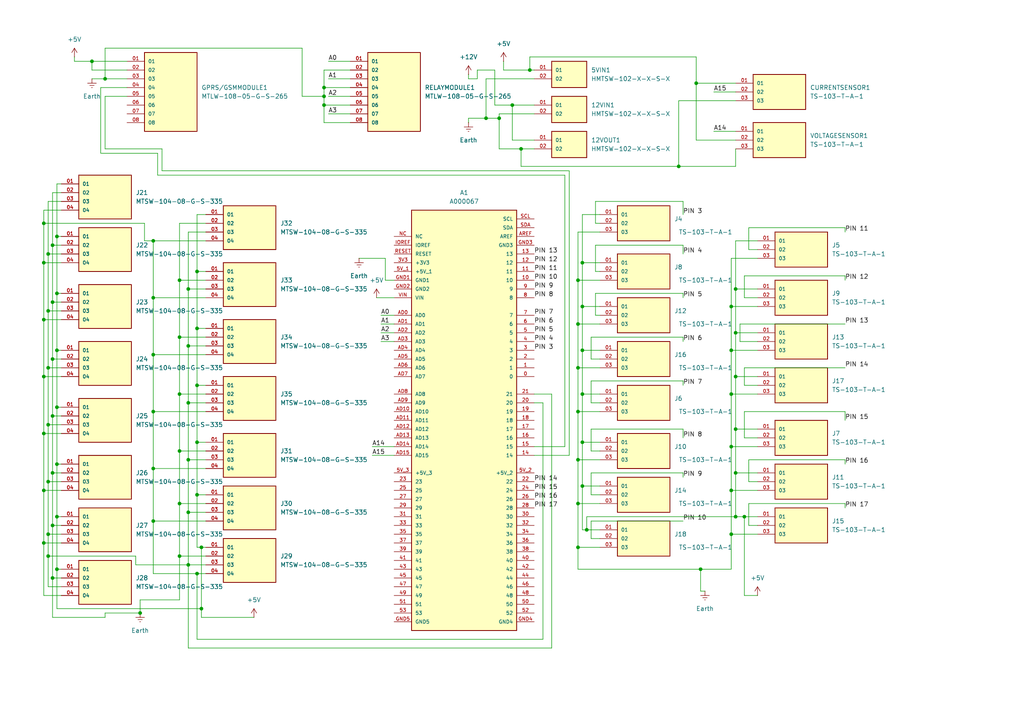
<source format=kicad_sch>
(kicad_sch (version 20250114) (generator "eeschema") (generator_version "9.0")
  (paper "A4")
  (lib_symbols
    (symbol "A000067:A000067" (pin_names (offset 1.016))
      (property "Reference" "A" (at -15.24 61.595 0))
      (property "Value" "A000067" (at -15.24 -63.5 0))
      (symbol "A000067_0_0"
        (pin passive line (at -20.32 53.34 0) (length 5.08) (name "NC") (number "NC"))
        (pin passive line (at -20.32 50.8 0) (length 5.08) (name "IOREF") (number "IOREF"))
        (pin passive line (at -20.32 48.26 0) (length 5.08) (name "RESET") (number "RESET"))
        (pin passive line (at -20.32 45.72 0) (length 5.08) (name "+3V3") (number "3V3"))
        (pin passive line (at -20.32 43.18 0) (length 5.08) (name "+5V_1") (number "5V_1"))
        (pin passive line (at -20.32 40.64 0) (length 5.08) (name "GND1") (number "GND1"))
        (pin passive line (at -20.32 38.1 0) (length 5.08) (name "GND2") (number "GND2"))
        (pin passive line (at -20.32 35.56 0) (length 5.08) (name "VIN") (number "VIN"))
        (pin passive line (at -20.32 30.48 0) (length 5.08) (name "AD0") (number "AD0"))
        (pin passive line (at -20.32 27.94 0) (length 5.08) (name "AD1") (number "AD1"))
        (pin passive line (at -20.32 25.4 0) (length 5.08) (name "AD2") (number "AD2"))
        (pin passive line (at -20.32 22.86 0) (length 5.08) (name "AD3") (number "AD3"))
        (pin passive line (at -20.32 20.32 0) (length 5.08) (name "AD4") (number "AD4"))
        (pin passive line (at -20.32 17.78 0) (length 5.08) (name "AD5") (number "AD5"))
        (pin passive line (at -20.32 15.24 0) (length 5.08) (name "AD6") (number "AD6"))
        (pin passive line (at -20.32 12.7 0) (length 5.08) (name "AD7") (number "AD7"))
        (pin passive line (at -20.32 7.62 0) (length 5.08) (name "AD8") (number "AD8"))
        (pin passive line (at -20.32 5.08 0) (length 5.08) (name "AD9") (number "AD9"))
        (pin passive line (at -20.32 2.54 0) (length 5.08) (name "AD10") (number "AD10"))
        (pin passive line (at -20.32 0 0) (length 5.08) (name "AD11") (number "AD11"))
        (pin passive line (at -20.32 -2.54 0) (length 5.08) (name "AD12") (number "AD12"))
        (pin passive line (at -20.32 -5.08 0) (length 5.08) (name "AD13") (number "AD13"))
        (pin passive line (at -20.32 -7.62 0) (length 5.08) (name "AD14") (number "AD14"))
        (pin passive line (at -20.32 -10.16 0) (length 5.08) (name "AD15") (number "AD15"))
        (pin passive line (at -20.32 -15.24 0) (length 5.08) (name "+5V_3") (number "5V_3"))
        (pin passive line (at -20.32 -17.78 0) (length 5.08) (name "23") (number "23"))
        (pin passive line (at -20.32 -20.32 0) (length 5.08) (name "25") (number "25"))
        (pin passive line (at -20.32 -22.86 0) (length 5.08) (name "27") (number "27"))
        (pin passive line (at -20.32 -25.4 0) (length 5.08) (name "29") (number "29"))
        (pin passive line (at -20.32 -27.94 0) (length 5.08) (name "31") (number "31"))
        (pin passive line (at -20.32 -30.48 0) (length 5.08) (name "33") (number "33"))
        (pin passive line (at -20.32 -33.02 0) (length 5.08) (name "35") (number "35"))
        (pin passive line (at -20.32 -35.56 0) (length 5.08) (name "37") (number "37"))
        (pin passive line (at -20.32 -38.1 0) (length 5.08) (name "39") (number "39"))
        (pin passive line (at -20.32 -40.64 0) (length 5.08) (name "41") (number "41"))
        (pin passive line (at -20.32 -43.18 0) (length 5.08) (name "43") (number "43"))
        (pin passive line (at -20.32 -45.72 0) (length 5.08) (name "45") (number "45"))
        (pin passive line (at -20.32 -48.26 0) (length 5.08) (name "47") (number "47"))
        (pin passive line (at -20.32 -50.8 0) (length 5.08) (name "49") (number "49"))
        (pin passive line (at -20.32 -53.34 0) (length 5.08) (name "51") (number "51"))
        (pin passive line (at -20.32 -55.88 0) (length 5.08) (name "53") (number "53"))
        (pin passive line (at -20.32 -58.42 0) (length 5.08) (name "GND5") (number "GND5"))
        (pin passive line (at 20.32 58.42 180) (length 5.08) (name "SCL") (number "SCL"))
        (pin passive line (at 20.32 55.88 180) (length 5.08) (name "SDA") (number "SDA"))
        (pin passive line (at 20.32 53.34 180) (length 5.08) (name "AREF") (number "AREF"))
        (pin passive line (at 20.32 50.8 180) (length 5.08) (name "GND3") (number "GND3"))
        (pin passive line (at 20.32 48.26 180) (length 5.08) (name "13") (number "13"))
        (pin passive line (at 20.32 45.72 180) (length 5.08) (name "12") (number "12"))
        (pin passive line (at 20.32 43.18 180) (length 5.08) (name "11") (number "11"))
        (pin passive line (at 20.32 40.64 180) (length 5.08) (name "10") (number "10"))
        (pin passive line (at 20.32 38.1 180) (length 5.08) (name "9") (number "9"))
        (pin passive line (at 20.32 35.56 180) (length 5.08) (name "8") (number "8"))
        (pin passive line (at 20.32 30.48 180) (length 5.08) (name "7") (number "7"))
        (pin passive line (at 20.32 27.94 180) (length 5.08) (name "6") (number "6"))
        (pin passive line (at 20.32 25.4 180) (length 5.08) (name "5") (number "5"))
        (pin passive line (at 20.32 22.86 180) (length 5.08) (name "4") (number "4"))
        (pin passive line (at 20.32 20.32 180) (length 5.08) (name "3") (number "3"))
        (pin passive line (at 20.32 17.78 180) (length 5.08) (name "2") (number "2"))
        (pin passive line (at 20.32 15.24 180) (length 5.08) (name "1") (number "1"))
        (pin passive line (at 20.32 12.7 180) (length 5.08) (name "0") (number "0"))
        (pin passive line (at 20.32 7.62 180) (length 5.08) (name "21") (number "21"))
        (pin passive line (at 20.32 5.08 180) (length 5.08) (name "20") (number "20"))
        (pin passive line (at 20.32 2.54 180) (length 5.08) (name "19") (number "19"))
        (pin passive line (at 20.32 0 180) (length 5.08) (name "18") (number "18"))
        (pin passive line (at 20.32 -2.54 180) (length 5.08) (name "17") (number "17"))
        (pin passive line (at 20.32 -5.08 180) (length 5.08) (name "16") (number "16"))
        (pin passive line (at 20.32 -7.62 180) (length 5.08) (name "15") (number "15"))
        (pin passive line (at 20.32 -10.16 180) (length 5.08) (name "14") (number "14"))
        (pin passive line (at 20.32 -15.24 180) (length 5.08) (name "+5V_2") (number "5V_2"))
        (pin passive line (at 20.32 -17.78 180) (length 5.08) (name "22") (number "22"))
        (pin passive line (at 20.32 -20.32 180) (length 5.08) (name "24") (number "24"))
        (pin passive line (at 20.32 -22.86 180) (length 5.08) (name "26") (number "26"))
        (pin passive line (at 20.32 -25.4 180) (length 5.08) (name "28") (number "28"))
        (pin passive line (at 20.32 -27.94 180) (length 5.08) (name "30") (number "30"))
        (pin passive line (at 20.32 -30.48 180) (length 5.08) (name "32") (number "32"))
        (pin passive line (at 20.32 -33.02 180) (length 5.08) (name "34") (number "34"))
        (pin passive line (at 20.32 -35.56 180) (length 5.08) (name "36") (number "36"))
        (pin passive line (at 20.32 -38.1 180) (length 5.08) (name "38") (number "38"))
        (pin passive line (at 20.32 -40.64 180) (length 5.08) (name "40") (number "40"))
        (pin passive line (at 20.32 -43.18 180) (length 5.08) (name "42") (number "42"))
        (pin passive line (at 20.32 -45.72 180) (length 5.08) (name "44") (number "44"))
        (pin passive line (at 20.32 -48.26 180) (length 5.08) (name "46") (number "46"))
        (pin passive line (at 20.32 -50.8 180) (length 5.08) (name "48") (number "48"))
        (pin passive line (at 20.32 -53.34 180) (length 5.08) (name "50") (number "50"))
        (pin passive line (at 20.32 -55.88 180) (length 5.08) (name "52") (number "52"))
        (pin passive line (at 20.32 -58.42 180) (length 5.08) (name "GND4") (number "GND4"))
      )
    )
    (symbol "HeaderPinA:HMTSW-102-X-X-S-X" (pin_names (offset 1.016))
      (property "Reference" "J" (at -5.08 3.302 0))
      (property "Value" "HMTSW-102-X-X-S-X" (at -5.08 -7.62 0))
      (symbol "HMTSW-102-X-X-S-X_0_0"
        (pin passive line (at -10.16 0 0) (length 5.08) (name "01") (number "01"))
        (pin passive line (at -10.16 -2.54 0) (length 5.08) (name "02") (number "02"))
      )
    )
    (symbol "HeaderPinB:TS-103-T-A-1" (pin_names (offset 1.016))
      (property "Reference" "J" (at -8.12 5.08 0))
      (property "Value" "TS-103-T-A-1" (at -7.62 -7.62 0))
      (symbol "TS-103-T-A-1_0_0"
        (pin passive line (at -12.7 2.54 0) (length 5.08) (name "01") (number "01"))
        (pin passive line (at -12.7 0 0) (length 5.08) (name "02") (number "02"))
        (pin passive line (at -12.7 -2.54 0) (length 5.08) (name "03") (number "03"))
      )
    )
    (symbol "HeaderPinC:MTSW-104-08-G-S-335" (pin_names (offset 1.016))
      (property "Reference" "J" (at -8.12 7.62 0))
      (property "Value" "MTSW-104-08-G-S-335" (at -7.62 -7.62 0))
      (symbol "MTSW-104-08-G-S-335_0_0"
        (pin passive line (at -12.7 5.08 0) (length 5.08) (name "01") (number "01"))
        (pin passive line (at -12.7 2.54 0) (length 5.08) (name "02") (number "02"))
        (pin passive line (at -12.7 0 0) (length 5.08) (name "03") (number "03"))
        (pin passive line (at -12.7 -2.54 0) (length 5.08) (name "04") (number "04"))
      )
    )
    (symbol "HeaderPinD:MTLW-108-05-G-S-265" (pin_names (offset 1.016))
      (property "Reference" "J" (at -8.12 12.7 0))
      (property "Value" "MTLW-108-05-G-S-265" (at -7.62 -12.7 0))
      (symbol "MTLW-108-05-G-S-265_0_0"
        (pin passive line (at -12.7 10.16 0) (length 5.08) (name "01") (number "01"))
        (pin passive line (at -12.7 7.62 0) (length 5.08) (name "02") (number "02"))
        (pin passive line (at -12.7 5.08 0) (length 5.08) (name "03") (number "03"))
        (pin passive line (at -12.7 2.54 0) (length 5.08) (name "04") (number "04"))
        (pin passive line (at -12.7 0 0) (length 5.08) (name "05") (number "05"))
        (pin passive line (at -12.7 -2.54 0) (length 5.08) (name "06") (number "06"))
        (pin passive line (at -12.7 -5.08 0) (length 5.08) (name "07") (number "07"))
        (pin passive line (at -12.7 -7.62 0) (length 5.08) (name "08") (number "08"))
      )
    )
    (symbol "power:+12V" (power) (pin_numbers (hide yes)) (pin_names (offset 0) (hide yes))
      (property "Value" "+12V" (at 0 3.556 0))
      (symbol "+12V_1_1"
        (pin power_in line (at 0 0 90) (length 0) (name "~") (number "1"))
      )
    )
    (symbol "power:+5V" (power) (pin_numbers (hide yes)) (pin_names (offset 0) (hide yes))
      (property "Value" "+5V" (at 0 3.556 0))
      (symbol "+5V_1_1"
        (pin power_in line (at 0 0 90) (length 0) (name "~") (number "1"))
      )
    )
    (symbol "power:Earth" (power) (pin_numbers (hide yes)) (pin_names (offset 0) (hide yes))
      (property "Value" "Earth" (at 0 -3.81 0))
      (symbol "Earth_1_1"
        (pin power_in line (at 0 0 270) (length 0) (name "~") (number "1"))
      )
    )
  )
  (junction (at 13.97 90.17))
  (junction (at 30.48 22.86))
  (junction (at 40.64 177.8))
  (junction (at 16.51 68.58))
  (junction (at 52.07 130.81))
  (junction (at 16.51 85.09))
  (junction (at 52.07 161.29))
  (junction (at 140.97 34.29))
  (junction (at 44.45 86.36))
  (junction (at 151.13 43.18))
  (junction (at 168.91 114.3))
  (junction (at 54.61 148.59))
  (junction (at 167.64 119.38))
  (junction (at 212.09 142.24))
  (junction (at 44.45 102.87))
  (junction (at 15.24 167.64))
  (junction (at 44.45 135.89))
  (junction (at 212.09 129.54))
  (junction (at 13.97 106.68))
  (junction (at 213.36 109.22))
  (junction (at 12.7 125.73))
  (junction (at 16.51 149.86))
  (junction (at 93.98 30.48))
  (junction (at 15.24 71.12))
  (junction (at 16.51 101.6))
  (junction (at 212.09 114.3))
  (junction (at 213.36 96.52))
  (junction (at 12.7 109.22))
  (junction (at 15.24 120.65))
  (junction (at 144.78 34.29))
  (junction (at 213.36 124.46))
  (junction (at 212.09 154.94))
  (junction (at 16.51 118.11))
  (junction (at 148.59 30.48))
  (junction (at 215.9 149.86))
  (junction (at 54.61 133.35))
  (junction (at 168.91 76.2))
  (junction (at 54.61 116.84))
  (junction (at 13.97 154.94))
  (junction (at 44.45 119.38))
  (junction (at 203.2 165.1))
  (junction (at 54.61 83.82))
  (junction (at 12.7 76.2))
  (junction (at 57.15 128.27))
  (junction (at 201.93 24.13))
  (junction (at 52.07 114.3))
  (junction (at 52.07 97.79))
  (junction (at 167.64 146.05))
  (junction (at 57.15 166.37))
  (junction (at 15.24 152.4))
  (junction (at 44.45 151.13))
  (junction (at 168.91 140.97))
  (junction (at 167.64 106.68))
  (junction (at 170.18 153.67))
  (junction (at 13.97 73.66))
  (junction (at 168.91 101.6))
  (junction (at 213.36 137.16))
  (junction (at 13.97 139.7))
  (junction (at 58.42 158.75))
  (junction (at 12.7 64.77))
  (junction (at 213.36 149.86))
  (junction (at 13.97 161.29))
  (junction (at 167.64 158.75))
  (junction (at 54.61 163.83))
  (junction (at 212.09 88.9))
  (junction (at 54.61 100.33))
  (junction (at 196.85 48.26))
  (junction (at 12.7 92.71))
  (junction (at 12.7 142.24))
  (junction (at 167.64 93.98))
  (junction (at 44.45 69.85))
  (junction (at 57.15 111.76))
  (junction (at 13.97 123.19))
  (junction (at 12.7 157.48))
  (junction (at 26.67 17.78))
  (junction (at 57.15 78.74))
  (junction (at 57.15 95.25))
  (junction (at 15.24 87.63))
  (junction (at 167.64 81.28))
  (junction (at 52.07 81.28))
  (junction (at 168.91 128.27))
  (junction (at 15.24 137.16))
  (junction (at 58.42 176.53))
  (junction (at 167.64 133.35))
  (junction (at 52.07 146.05))
  (junction (at 153.67 20.32))
  (junction (at 212.09 101.6))
  (junction (at 213.36 83.82))
  (junction (at 16.51 165.1))
  (junction (at 93.98 27.94))
  (junction (at 57.15 143.51))
  (junction (at 93.98 25.4))
  (junction (at 16.51 134.62))
  (junction (at 168.91 88.9))
  (junction (at 15.24 104.14))
  (wire (pts (xy 203.2 171.45) (xy 204.47 171.45)))
  (wire (pts (xy 153.67 16.51) (xy 153.67 20.32)))
  (wire (pts (xy 12.7 172.72) (xy 17.78 172.72)))
  (wire (pts (xy 213.36 83.82) (xy 213.36 96.52)))
  (wire (pts (xy 154.94 114.3) (xy 160.02 114.3)))
  (wire (pts (xy 171.45 110.49) (xy 198.12 110.49)))
  (wire (pts (xy 140.97 34.29) (xy 144.78 34.29)))
  (wire (pts (xy 52.07 97.79) (xy 52.07 114.3)))
  (wire (pts (xy 143.51 20.32) (xy 138.43 20.32)))
  (wire (pts (xy 17.78 55.88) (xy 15.24 55.88)))
  (wire (pts (xy 54.61 100.33) (xy 54.61 83.82)))
  (wire (pts (xy 93.98 30.48) (xy 93.98 35.56)))
  (wire (pts (xy 167.64 133.35) (xy 173.99 133.35)))
  (wire (pts (xy 95.25 27.94) (xy 101.6 27.94)))
  (wire (pts (xy 110.49 99.06) (xy 114.3 99.06)))
  (wire (pts (xy 15.24 167.64) (xy 15.24 179.07)))
  (wire (pts (xy 93.98 30.48) (xy 101.6 30.48)))
  (wire (pts (xy 15.24 104.14) (xy 15.24 120.65)))
  (wire (pts (xy 140.97 22.86) (xy 140.97 34.29)))
  (wire (pts (xy 154.94 129.54) (xy 163.83 129.54)))
  (wire (pts (xy 54.61 83.82) (xy 59.69 83.82)))
  (wire (pts (xy 213.36 124.46) (xy 219.71 124.46)))
  (wire (pts (xy 168.91 101.6) (xy 168.91 114.3)))
  (wire (pts (xy 57.15 143.51) (xy 57.15 158.75)))
  (wire (pts (xy 36.83 27.94) (xy 30.48 27.94)))
  (wire (pts (xy 13.97 123.19) (xy 17.78 123.19)))
  (wire (pts (xy 213.36 24.13) (xy 201.93 24.13)))
  (wire (pts (xy 57.15 128.27) (xy 59.69 128.27)))
  (wire (pts (xy 15.24 120.65) (xy 15.24 137.16)))
  (wire (pts (xy 52.07 81.28) (xy 59.69 81.28)))
  (wire (pts (xy 15.24 104.14) (xy 17.78 104.14)))
  (wire (pts (xy 109.22 86.36) (xy 114.3 86.36)))
  (wire (pts (xy 168.91 153.67) (xy 170.18 153.67)))
  (wire (pts (xy 107.95 132.08) (xy 114.3 132.08)))
  (wire (pts (xy 16.51 134.62) (xy 16.51 118.11)))
  (wire (pts (xy 95.25 22.86) (xy 101.6 22.86)))
  (wire (pts (xy 93.98 27.94) (xy 93.98 30.48)))
  (wire (pts (xy 93.98 25.4) (xy 101.6 25.4)))
  (wire (pts (xy 173.99 64.77) (xy 172.72 64.77)))
  (wire (pts (xy 26.67 20.32) (xy 36.83 20.32)))
  (wire (pts (xy 93.98 20.32) (xy 93.98 25.4)))
  (wire (pts (xy 15.24 55.88) (xy 15.24 71.12)))
  (wire (pts (xy 57.15 78.74) (xy 59.69 78.74)))
  (wire (pts (xy 217.17 72.39) (xy 217.17 66.04)))
  (wire (pts (xy 110.49 96.52) (xy 114.3 96.52)))
  (wire (pts (xy 215.9 111.76) (xy 215.9 106.68)))
  (wire (pts (xy 58.42 179.07) (xy 73.66 179.07)))
  (wire (pts (xy 198.12 58.42) (xy 198.12 62.23)))
  (wire (pts (xy 160.02 187.96) (xy 54.61 187.96)))
  (wire (pts (xy 59.69 69.85) (xy 44.45 69.85)))
  (wire (pts (xy 30.48 13.97) (xy 87.63 13.97)))
  (wire (pts (xy 16.51 68.58) (xy 17.78 68.58)))
  (wire (pts (xy 212.09 142.24) (xy 219.71 142.24)))
  (wire (pts (xy 52.07 81.28) (xy 52.07 97.79)))
  (wire (pts (xy 46.99 49.53) (xy 165.1 49.53)))
  (wire (pts (xy 54.61 116.84) (xy 54.61 100.33)))
  (wire (pts (xy 213.36 137.16) (xy 213.36 149.86)))
  (wire (pts (xy 36.83 17.78) (xy 26.67 17.78)))
  (wire (pts (xy 198.12 124.46) (xy 198.12 127)))
  (wire (pts (xy 138.43 22.86) (xy 135.89 22.86)))
  (wire (pts (xy 13.97 123.19) (xy 13.97 106.68)))
  (wire (pts (xy 168.91 62.23) (xy 168.91 76.2)))
  (wire (pts (xy 54.61 187.96) (xy 54.61 163.83)))
  (wire (pts (xy 15.24 87.63) (xy 17.78 87.63)))
  (wire (pts (xy 168.91 140.97) (xy 168.91 153.67)))
  (wire (pts (xy 30.48 27.94) (xy 30.48 43.18)))
  (wire (pts (xy 201.93 24.13) (xy 201.93 40.64)))
  (wire (pts (xy 207.01 26.67) (xy 213.36 26.67)))
  (wire (pts (xy 154.94 22.86) (xy 140.97 22.86)))
  (wire (pts (xy 57.15 95.25) (xy 57.15 111.76)))
  (wire (pts (xy 16.51 149.86) (xy 17.78 149.86)))
  (wire (pts (xy 58.42 176.53) (xy 58.42 179.07)))
  (wire (pts (xy 54.61 116.84) (xy 59.69 116.84)))
  (wire (pts (xy 52.07 64.77) (xy 52.07 81.28)))
  (wire (pts (xy 44.45 86.36) (xy 44.45 69.85)))
  (wire (pts (xy 201.93 40.64) (xy 213.36 40.64)))
  (wire (pts (xy 45.72 50.8) (xy 45.72 44.45)))
  (wire (pts (xy 138.43 20.32) (xy 138.43 22.86)))
  (wire (pts (xy 217.17 152.4) (xy 217.17 146.05)))
  (wire (pts (xy 13.97 139.7) (xy 17.78 139.7)))
  (wire (pts (xy 212.09 88.9) (xy 219.71 88.9)))
  (wire (pts (xy 54.61 133.35) (xy 54.61 116.84)))
  (wire (pts (xy 16.51 149.86) (xy 16.51 134.62)))
  (wire (pts (xy 52.07 97.79) (xy 59.69 97.79)))
  (wire (pts (xy 44.45 135.89) (xy 44.45 151.13)))
  (wire (pts (xy 58.42 158.75) (xy 59.69 158.75)))
  (wire (pts (xy 168.91 88.9) (xy 173.99 88.9)))
  (wire (pts (xy 44.45 135.89) (xy 44.45 119.38)))
  (wire (pts (xy 213.36 69.85) (xy 213.36 83.82)))
  (wire (pts (xy 15.24 137.16) (xy 15.24 152.4)))
  (wire (pts (xy 26.67 17.78) (xy 26.67 20.32)))
  (wire (pts (xy 59.69 102.87) (xy 44.45 102.87)))
  (wire (pts (xy 58.42 158.75) (xy 58.42 176.53)))
  (wire (pts (xy 87.63 27.94) (xy 93.98 27.94)))
  (wire (pts (xy 245.11 80.01) (xy 245.11 81.28)))
  (wire (pts (xy 135.89 34.29) (xy 135.89 35.56)))
  (wire (pts (xy 167.64 93.98) (xy 167.64 81.28)))
  (wire (pts (xy 198.12 85.09) (xy 198.12 86.36)))
  (wire (pts (xy 171.45 97.79) (xy 198.12 97.79)))
  (wire (pts (xy 12.7 125.73) (xy 12.7 142.24)))
  (wire (pts (xy 245.11 119.38) (xy 245.11 121.92)))
  (wire (pts (xy 17.78 170.18) (xy 13.97 170.18)))
  (wire (pts (xy 15.24 87.63) (xy 15.24 104.14)))
  (wire (pts (xy 168.91 88.9) (xy 168.91 101.6)))
  (wire (pts (xy 219.71 72.39) (xy 217.17 72.39)))
  (wire (pts (xy 170.18 149.86) (xy 213.36 149.86)))
  (wire (pts (xy 167.64 133.35) (xy 167.64 146.05)))
  (wire (pts (xy 13.97 106.68) (xy 17.78 106.68)))
  (wire (pts (xy 30.48 22.86) (xy 36.83 22.86)))
  (wire (pts (xy 160.02 114.3) (xy 160.02 187.96)))
  (wire (pts (xy 13.97 106.68) (xy 13.97 90.17)))
  (wire (pts (xy 219.71 127) (xy 215.9 127)))
  (wire (pts (xy 154.94 20.32) (xy 153.67 20.32)))
  (wire (pts (xy 12.7 92.71) (xy 12.7 109.22)))
  (wire (pts (xy 45.72 44.45) (xy 29.21 44.45)))
  (wire (pts (xy 59.69 62.23) (xy 57.15 62.23)))
  (wire (pts (xy 57.15 95.25) (xy 59.69 95.25)))
  (wire (pts (xy 59.69 64.77) (xy 52.07 64.77)))
  (wire (pts (xy 15.24 71.12) (xy 15.24 87.63)))
  (wire (pts (xy 13.97 58.42) (xy 17.78 58.42)))
  (wire (pts (xy 167.64 81.28) (xy 167.64 67.31)))
  (wire (pts (xy 172.72 85.09) (xy 198.12 85.09)))
  (wire (pts (xy 212.09 74.93) (xy 219.71 74.93)))
  (wire (pts (xy 110.49 91.44) (xy 114.3 91.44)))
  (wire (pts (xy 87.63 13.97) (xy 87.63 27.94)))
  (wire (pts (xy 167.64 81.28) (xy 173.99 81.28)))
  (wire (pts (xy 13.97 90.17) (xy 13.97 73.66)))
  (wire (pts (xy 44.45 166.37) (xy 57.15 166.37)))
  (wire (pts (xy 95.25 17.78) (xy 101.6 17.78)))
  (wire (pts (xy 44.45 102.87) (xy 44.45 86.36)))
  (wire (pts (xy 40.64 173.99) (xy 40.64 177.8)))
  (wire (pts (xy 171.45 104.14) (xy 171.45 97.79)))
  (wire (pts (xy 110.49 93.98) (xy 114.3 93.98)))
  (wire (pts (xy 212.09 114.3) (xy 212.09 101.6)))
  (wire (pts (xy 12.7 157.48) (xy 12.7 172.72)))
  (wire (pts (xy 30.48 22.86) (xy 30.48 13.97)))
  (wire (pts (xy 207.01 38.1) (xy 213.36 38.1)))
  (wire (pts (xy 144.78 33.02) (xy 144.78 34.29)))
  (wire (pts (xy 173.99 158.75) (xy 167.64 158.75)))
  (wire (pts (xy 54.61 83.82) (xy 54.61 67.31)))
  (wire (pts (xy 167.64 106.68) (xy 167.64 93.98)))
  (wire (pts (xy 196.85 48.26) (xy 213.36 48.26)))
  (wire (pts (xy 52.07 114.3) (xy 59.69 114.3)))
  (wire (pts (xy 54.61 148.59) (xy 59.69 148.59)))
  (wire (pts (xy 57.15 166.37) (xy 59.69 166.37)))
  (wire (pts (xy 168.91 128.27) (xy 168.91 140.97)))
  (wire (pts (xy 12.7 109.22) (xy 17.78 109.22)))
  (wire (pts (xy 212.09 129.54) (xy 212.09 114.3)))
  (wire (pts (xy 52.07 114.3) (xy 52.07 130.81)))
  (wire (pts (xy 171.45 116.84) (xy 171.45 110.49)))
  (wire (pts (xy 16.51 165.1) (xy 16.51 149.86)))
  (wire (pts (xy 212.09 154.94) (xy 212.09 142.24)))
  (wire (pts (xy 167.64 146.05) (xy 173.99 146.05)))
  (wire (pts (xy 148.59 30.48) (xy 143.51 30.48)))
  (wire (pts (xy 151.13 48.26) (xy 196.85 48.26)))
  (wire (pts (xy 54.61 148.59) (xy 54.61 133.35)))
  (wire (pts (xy 44.45 151.13) (xy 44.45 166.37)))
  (wire (pts (xy 52.07 130.81) (xy 52.07 146.05)))
  (wire (pts (xy 54.61 163.83) (xy 59.69 163.83)))
  (wire (pts (xy 215.9 106.68) (xy 245.11 106.68)))
  (wire (pts (xy 16.51 134.62) (xy 17.78 134.62)))
  (wire (pts (xy 219.71 139.7) (xy 217.17 139.7)))
  (wire (pts (xy 173.99 116.84) (xy 171.45 116.84)))
  (wire (pts (xy 217.17 133.35) (xy 245.11 133.35)))
  (wire (pts (xy 170.18 153.67) (xy 173.99 153.67)))
  (wire (pts (xy 12.7 64.77) (xy 12.7 76.2)))
  (wire (pts (xy 215.9 119.38) (xy 245.11 119.38)))
  (wire (pts (xy 163.83 50.8) (xy 163.83 129.54)))
  (wire (pts (xy 104.14 74.93) (xy 111.76 74.93)))
  (wire (pts (xy 154.94 116.84) (xy 157.48 116.84)))
  (wire (pts (xy 16.51 118.11) (xy 17.78 118.11)))
  (wire (pts (xy 171.45 151.13) (xy 198.12 151.13)))
  (wire (pts (xy 13.97 139.7) (xy 13.97 123.19)))
  (wire (pts (xy 93.98 35.56) (xy 101.6 35.56)))
  (wire (pts (xy 144.78 34.29) (xy 144.78 43.18)))
  (wire (pts (xy 54.61 133.35) (xy 59.69 133.35)))
  (wire (pts (xy 171.45 124.46) (xy 198.12 124.46)))
  (wire (pts (xy 212.09 129.54) (xy 219.71 129.54)))
  (wire (pts (xy 154.94 132.08) (xy 165.1 132.08)))
  (wire (pts (xy 203.2 165.1) (xy 212.09 165.1)))
  (wire (pts (xy 12.7 157.48) (xy 17.78 157.48)))
  (wire (pts (xy 151.13 43.18) (xy 151.13 48.26)))
  (wire (pts (xy 44.45 69.85) (xy 41.91 69.85)))
  (wire (pts (xy 212.09 142.24) (xy 212.09 129.54)))
  (wire (pts (xy 212.09 165.1) (xy 212.09 154.94)))
  (wire (pts (xy 168.91 140.97) (xy 173.99 140.97)))
  (wire (pts (xy 54.61 163.83) (xy 39.37 163.83)))
  (wire (pts (xy 215.9 86.36) (xy 215.9 80.01)))
  (wire (pts (xy 172.72 71.12) (xy 198.12 71.12)))
  (wire (pts (xy 168.91 76.2) (xy 173.99 76.2)))
  (wire (pts (xy 140.97 34.29) (xy 135.89 34.29)))
  (wire (pts (xy 170.18 153.67) (xy 170.18 149.86)))
  (wire (pts (xy 57.15 185.42) (xy 57.15 166.37)))
  (wire (pts (xy 219.71 154.94) (xy 212.09 154.94)))
  (wire (pts (xy 173.99 104.14) (xy 171.45 104.14)))
  (wire (pts (xy 146.05 20.32) (xy 146.05 17.78)))
  (wire (pts (xy 167.64 165.1) (xy 203.2 165.1)))
  (wire (pts (xy 29.21 44.45) (xy 29.21 25.4)))
  (wire (pts (xy 154.94 40.64) (xy 148.59 40.64)))
  (wire (pts (xy 212.09 101.6) (xy 212.09 88.9)))
  (wire (pts (xy 13.97 154.94) (xy 17.78 154.94)))
  (wire (pts (xy 46.99 43.18) (xy 46.99 49.53)))
  (wire (pts (xy 16.51 176.53) (xy 58.42 176.53)))
  (wire (pts (xy 101.6 20.32) (xy 93.98 20.32)))
  (wire (pts (xy 212.09 114.3) (xy 219.71 114.3)))
  (wire (pts (xy 201.93 16.51) (xy 153.67 16.51)))
  (wire (pts (xy 59.69 86.36) (xy 44.45 86.36)))
  (wire (pts (xy 245.11 66.04) (xy 245.11 67.31)))
  (wire (pts (xy 12.7 125.73) (xy 17.78 125.73)))
  (wire (pts (xy 52.07 161.29) (xy 52.07 173.99)))
  (wire (pts (xy 167.64 93.98) (xy 173.99 93.98)))
  (wire (pts (xy 213.36 48.26) (xy 213.36 43.18)))
  (wire (pts (xy 57.15 143.51) (xy 59.69 143.51)))
  (wire (pts (xy 172.72 91.44) (xy 172.72 85.09)))
  (wire (pts (xy 30.48 179.07) (xy 30.48 177.8)))
  (wire (pts (xy 143.51 30.48) (xy 143.51 20.32)))
  (wire (pts (xy 12.7 142.24) (xy 17.78 142.24)))
  (wire (pts (xy 54.61 67.31) (xy 59.69 67.31)))
  (wire (pts (xy 163.83 50.8) (xy 45.72 50.8)))
  (wire (pts (xy 15.24 152.4) (xy 15.24 167.64)))
  (wire (pts (xy 217.17 146.05) (xy 245.11 146.05)))
  (wire (pts (xy 30.48 43.18) (xy 46.99 43.18)))
  (wire (pts (xy 198.12 110.49) (xy 198.12 111.76)))
  (wire (pts (xy 213.36 137.16) (xy 219.71 137.16)))
  (wire (pts (xy 57.15 78.74) (xy 57.15 95.25)))
  (wire (pts (xy 153.67 20.32) (xy 146.05 20.32)))
  (wire (pts (xy 201.93 24.13) (xy 201.93 16.51)))
  (wire (pts (xy 219.71 152.4) (xy 217.17 152.4)))
  (wire (pts (xy 167.64 119.38) (xy 173.99 119.38)))
  (wire (pts (xy 213.36 83.82) (xy 219.71 83.82)))
  (wire (pts (xy 167.64 67.31) (xy 173.99 67.31)))
  (wire (pts (xy 57.15 128.27) (xy 57.15 143.51)))
  (wire (pts (xy 16.51 85.09) (xy 17.78 85.09)))
  (wire (pts (xy 107.95 129.54) (xy 114.3 129.54)))
  (wire (pts (xy 41.91 64.77) (xy 12.7 64.77)))
  (wire (pts (xy 16.51 85.09) (xy 16.51 68.58)))
  (wire (pts (xy 26.67 17.78) (xy 21.59 17.78)))
  (wire (pts (xy 219.71 86.36) (xy 215.9 86.36)))
  (wire (pts (xy 215.9 127) (xy 215.9 119.38)))
  (wire (pts (xy 16.51 118.11) (xy 16.51 101.6)))
  (wire (pts (xy 16.51 165.1) (xy 16.51 176.53)))
  (wire (pts (xy 52.07 130.81) (xy 59.69 130.81)))
  (wire (pts (xy 167.64 119.38) (xy 167.64 106.68)))
  (wire (pts (xy 173.99 130.81) (xy 171.45 130.81)))
  (wire (pts (xy 154.94 30.48) (xy 148.59 30.48)))
  (wire (pts (xy 15.24 179.07) (xy 30.48 179.07)))
  (wire (pts (xy 196.85 29.21) (xy 196.85 48.26)))
  (wire (pts (xy 168.91 114.3) (xy 168.91 128.27)))
  (wire (pts (xy 245.11 146.05) (xy 245.11 147.32)))
  (wire (pts (xy 12.7 92.71) (xy 12.7 76.2)))
  (wire (pts (xy 215.9 172.72) (xy 219.71 172.72)))
  (wire (pts (xy 16.51 101.6) (xy 16.51 85.09)))
  (wire (pts (xy 172.72 64.77) (xy 172.72 58.42)))
  (wire (pts (xy 13.97 73.66) (xy 17.78 73.66)))
  (wire (pts (xy 168.91 101.6) (xy 173.99 101.6)))
  (wire (pts (xy 165.1 49.53) (xy 165.1 132.08)))
  (wire (pts (xy 17.78 92.71) (xy 12.7 92.71)))
  (wire (pts (xy 215.9 80.01) (xy 245.11 80.01)))
  (wire (pts (xy 172.72 78.74) (xy 172.72 71.12)))
  (wire (pts (xy 198.12 71.12) (xy 198.12 73.66)))
  (wire (pts (xy 168.91 128.27) (xy 173.99 128.27)))
  (wire (pts (xy 15.24 152.4) (xy 17.78 152.4)))
  (wire (pts (xy 57.15 111.76) (xy 57.15 128.27)))
  (wire (pts (xy 12.7 109.22) (xy 12.7 125.73)))
  (wire (pts (xy 213.36 109.22) (xy 213.36 124.46)))
  (wire (pts (xy 39.37 163.83) (xy 39.37 161.29)))
  (wire (pts (xy 59.69 119.38) (xy 44.45 119.38)))
  (wire (pts (xy 157.48 185.42) (xy 57.15 185.42)))
  (wire (pts (xy 16.51 53.34) (xy 17.78 53.34)))
  (wire (pts (xy 213.36 29.21) (xy 196.85 29.21)))
  (wire (pts (xy 214.63 93.98) (xy 214.63 99.06)))
  (wire (pts (xy 215.9 149.86) (xy 215.9 172.72)))
  (wire (pts (xy 15.24 71.12) (xy 17.78 71.12)))
  (wire (pts (xy 157.48 116.84) (xy 157.48 185.42)))
  (wire (pts (xy 168.91 114.3) (xy 173.99 114.3)))
  (wire (pts (xy 41.91 69.85) (xy 41.91 64.77)))
  (wire (pts (xy 171.45 156.21) (xy 171.45 151.13)))
  (wire (pts (xy 212.09 88.9) (xy 212.09 74.93)))
  (wire (pts (xy 167.64 133.35) (xy 167.64 119.38)))
  (wire (pts (xy 111.76 74.93) (xy 111.76 81.28)))
  (wire (pts (xy 173.99 91.44) (xy 172.72 91.44)))
  (wire (pts (xy 21.59 17.78) (xy 21.59 16.51)))
  (wire (pts (xy 17.78 165.1) (xy 16.51 165.1)))
  (wire (pts (xy 172.72 58.42) (xy 198.12 58.42)))
  (wire (pts (xy 167.64 106.68) (xy 173.99 106.68)))
  (wire (pts (xy 52.07 146.05) (xy 59.69 146.05)))
  (wire (pts (xy 198.12 137.16) (xy 198.12 138.43)))
  (wire (pts (xy 54.61 100.33) (xy 59.69 100.33)))
  (wire (pts (xy 173.99 62.23) (xy 168.91 62.23)))
  (wire (pts (xy 95.25 33.02) (xy 101.6 33.02)))
  (wire (pts (xy 15.24 167.64) (xy 17.78 167.64)))
  (wire (pts (xy 16.51 101.6) (xy 17.78 101.6)))
  (wire (pts (xy 111.76 81.28) (xy 114.3 81.28)))
  (wire (pts (xy 198.12 97.79) (xy 198.12 99.06)))
  (wire (pts (xy 57.15 62.23) (xy 57.15 78.74)))
  (wire (pts (xy 171.45 130.81) (xy 171.45 124.46)))
  (wire (pts (xy 12.7 142.24) (xy 12.7 157.48)))
  (wire (pts (xy 13.97 170.18) (xy 13.97 161.29)))
  (wire (pts (xy 29.21 25.4) (xy 36.83 25.4)))
  (wire (pts (xy 245.11 133.35) (xy 245.11 134.62)))
  (wire (pts (xy 44.45 151.13) (xy 59.69 151.13)))
  (wire (pts (xy 17.78 60.96) (xy 12.7 60.96)))
  (wire (pts (xy 213.36 96.52) (xy 213.36 109.22)))
  (wire (pts (xy 203.2 165.1) (xy 203.2 171.45)))
  (wire (pts (xy 171.45 137.16) (xy 198.12 137.16)))
  (wire (pts (xy 167.64 158.75) (xy 167.64 165.1)))
  (wire (pts (xy 213.36 109.22) (xy 219.71 109.22)))
  (wire (pts (xy 219.71 69.85) (xy 213.36 69.85)))
  (wire (pts (xy 93.98 25.4) (xy 93.98 27.94)))
  (wire (pts (xy 217.17 139.7) (xy 217.17 133.35)))
  (wire (pts (xy 219.71 111.76) (xy 215.9 111.76)))
  (wire (pts (xy 57.15 158.75) (xy 58.42 158.75)))
  (wire (pts (xy 59.69 135.89) (xy 44.45 135.89)))
  (wire (pts (xy 15.24 137.16) (xy 17.78 137.16)))
  (wire (pts (xy 215.9 149.86) (xy 219.71 149.86)))
  (wire (pts (xy 213.36 124.46) (xy 213.36 137.16)))
  (wire (pts (xy 54.61 163.83) (xy 54.61 148.59)))
  (wire (pts (xy 13.97 154.94) (xy 13.97 139.7)))
  (wire (pts (xy 39.37 161.29) (xy 13.97 161.29)))
  (wire (pts (xy 26.67 22.86) (xy 30.48 22.86)))
  (wire (pts (xy 154.94 33.02) (xy 144.78 33.02)))
  (wire (pts (xy 214.63 93.98) (xy 245.11 93.98)))
  (wire (pts (xy 171.45 143.51) (xy 171.45 137.16)))
  (wire (pts (xy 52.07 161.29) (xy 59.69 161.29)))
  (wire (pts (xy 173.99 143.51) (xy 171.45 143.51)))
  (wire (pts (xy 57.15 111.76) (xy 59.69 111.76)))
  (wire (pts (xy 30.48 177.8) (xy 40.64 177.8)))
  (wire (pts (xy 13.97 90.17) (xy 17.78 90.17)))
  (wire (pts (xy 52.07 173.99) (xy 40.64 173.99)))
  (wire (pts (xy 167.64 158.75) (xy 167.64 146.05)))
  (wire (pts (xy 213.36 96.52) (xy 219.71 96.52)))
  (wire (pts (xy 173.99 78.74) (xy 172.72 78.74)))
  (wire (pts (xy 151.13 43.18) (xy 154.94 43.18)))
  (wire (pts (xy 212.09 101.6) (xy 219.71 101.6)))
  (wire (pts (xy 52.07 146.05) (xy 52.07 161.29)))
  (wire (pts (xy 12.7 76.2) (xy 17.78 76.2)))
  (wire (pts (xy 135.89 22.86) (xy 135.89 21.59)))
  (wire (pts (xy 148.59 40.64) (xy 148.59 30.48)))
  (wire (pts (xy 219.71 99.06) (xy 214.63 99.06)))
  (wire (pts (xy 213.36 149.86) (xy 215.9 149.86)))
  (wire (pts (xy 15.24 120.65) (xy 17.78 120.65)))
  (wire (pts (xy 13.97 161.29) (xy 13.97 154.94)))
  (wire (pts (xy 144.78 43.18) (xy 151.13 43.18)))
  (wire (pts (xy 16.51 68.58) (xy 16.51 53.34)))
  (wire (pts (xy 13.97 73.66) (xy 13.97 58.42)))
  (wire (pts (xy 44.45 119.38) (xy 44.45 102.87)))
  (wire (pts (xy 217.17 66.04) (xy 245.11 66.04)))
  (wire (pts (xy 168.91 76.2) (xy 168.91 88.9)))
  (wire (pts (xy 173.99 156.21) (xy 171.45 156.21)))
  (wire (pts (xy 12.7 60.96) (xy 12.7 64.77)))
  (label "PIN 14" (at 245.11 106.68 0))
  (label "A0" (at 95.25 17.78 0))
  (label "A3" (at 110.49 99.06 0))
  (label "PIN 6" (at 198.12 99.06 0))
  (label "A1" (at 110.49 93.98 0))
  (label "A15" (at 107.95 132.08 0))
  (label "A15" (at 207.01 26.67 0))
  (label "PIN 11" (at 245.11 67.31 0))
  (label "A0" (at 110.49 91.44 0))
  (label "PIN 10" (at 198.12 151.13 0))
  (label "A2" (at 95.25 27.94 0))
  (label "PIN 17" (at 245.11 147.32 0))
  (label "A3" (at 95.25 33.02 0))
  (label "A14" (at 207.01 38.1 0))
  (label "PIN 12" (at 245.11 81.28 0))
  (label "PIN 15" (at 245.11 121.92 0))
  (label "A1" (at 95.25 22.86 0))
  (label "PIN 7" (at 198.12 111.76 0))
  (label "PIN 8" (at 198.12 127 0))
  (label "PIN 14" (at 154.94 139.7 0))
  (label "PIN 15" (at 154.94 142.24 0))
  (label "PIN 16" (at 154.94 144.78 0))
  (label "PIN 17" (at 154.94 147.32 0))
  (label "PIN 3" (at 154.94 101.6 0))
  (label "PIN 4" (at 154.94 99.06 0))
  (label "PIN 5" (at 154.94 96.52 0))
  (label "PIN 6" (at 154.94 93.98 0))
  (label "PIN 7" (at 154.94 91.44 0))
  (label "PIN 8" (at 154.94 86.36 0))
  (label "PIN 9" (at 154.94 83.82 0))
  (label "PIN 10" (at 154.94 81.28 0))
  (label "PIN 11" (at 154.94 78.74 0))
  (label "PIN 12" (at 154.94 76.2 0))
  (label "PIN 13" (at 154.94 73.66 0))
  (label "PIN 9" (at 198.12 138.43 0))
  (label "PIN 3" (at 198.12 62.23 0))
  (label "A14" (at 107.95 129.54 0))
  (label "A2" (at 110.49 96.52 0))
  (label "PIN 13" (at 245.11 93.98 0))
  (label "PIN 5" (at 198.12 86.36 0))
  (label "PIN 4" (at 198.12 73.66 0))
  (label "PIN 16" (at 245.11 134.62 0))
  (symbol (lib_id "HeaderPinC:MTSW-104-08-G-S-335") (at 30.48 58.42 0) (unit 1)
    (property "Reference" "J21" (at 39.37 55.8799 0) (effects (justify left)))
    (property "Value" "MTSW-104-08-G-S-335" (at 39.37 58.4199 0) (effects (justify left)))
    (property "Footprint" "MTSW-104-08-G-S-335:SAMTEC_MTSW-104-08-G-S-335" (effects (hide yes)))
    (property "MF" "Samtec" (effects (hide yes)))
    (property "Description_1" "CONN HEADER VERT 4POS 2.54MM" (effects (hide yes)))
    (property "Package" "None" (effects (hide yes)))
    (property "Price" "None" (effects (hide yes)))
    (property "Check_prices" "https://www.snapeda.com/parts/MTSW-104-08-G-S-335/Samtec/view-part/?ref=eda" (effects (hide yes)))
    (property "STANDARD" "Manufacturer Recommendations" (effects (hide yes)))
    (property "PARTREV" "R" (effects (hide yes)))
    (property "SnapEDA_Link" "https://www.snapeda.com/parts/MTSW-104-08-G-S-335/Samtec/view-part/?ref=snap" (effects (hide yes)))
    (property "MP" "MTSW-104-08-G-S-335" (effects (hide yes)))
    (property "Availability" "In Stock" (effects (hide yes)))
    (property "MANUFACTURER" "Samtec" (effects (hide yes)))
  )
  (symbol (lib_id "HeaderPinA:HMTSW-102-X-X-S-X") (at 165.1 40.64 0) (unit 1)
    (property "Reference" "12VOUT1" (at 171.45 40.6399 0) (effects (justify left)))
    (property "Value" "HMTSW-102-X-X-S-X" (at 171.45 43.1799 0) (effects (justify left)))
    (property "Footprint" "HMTSW-102-X-X-S-X:SAMTEC_HMTSW-102-X-X-S-X" (effects (hide yes)))
    (property "MF" "Samtec" (effects (hide yes)))
    (property "Description_1" "CONN HEADER VERT 2POS 2.54MM" (effects (hide yes)))
    (property "Package" "None" (effects (hide yes)))
    (property "Price" "None" (effects (hide yes)))
    (property "Check_prices" "https://www.snapeda.com/parts/HMTSW-102-07-G-S-250/Samtec/view-part/?ref=eda" (effects (hide yes)))
    (property "STANDARD" "Manufacturer Recommendations" (effects (hide yes)))
    (property "PARTREV" "A" (effects (hide yes)))
    (property "SnapEDA_Link" "https://www.snapeda.com/parts/HMTSW-102-07-G-S-250/Samtec/view-part/?ref=snap" (effects (hide yes)))
    (property "MP" "HMTSW-102-07-G-S-250" (effects (hide yes)))
    (property "Availability" "In Stock" (effects (hide yes)))
    (property "MANUFACTURER" "Samtec" (effects (hide yes)))
  )
  (symbol (lib_id "power:Earth") (at 40.64 177.8 0) (unit 1)
    (property "Reference" "#PWR07" (effects (hide yes)))
    (property "Value" "Earth" (at 40.64 182.88 0))
    (property "Description" "Power symbol creates a global label with name \"Earth\"" (effects (hide yes)))
  )
  (symbol (lib_id "power:Earth") (at 204.47 171.45 0) (unit 1)
    (property "Reference" "#PWR08" (effects (hide yes)))
    (property "Value" "Earth" (at 204.47 176.53 0))
    (property "Description" "Power symbol creates a global label with name \"Earth\"" (effects (hide yes)))
  )
  (symbol (lib_id "HeaderPinC:MTSW-104-08-G-S-335") (at 72.39 100.33 0) (unit 1)
    (property "Reference" "J34" (at 81.28 97.7899 0) (effects (justify left)))
    (property "Value" "MTSW-104-08-G-S-335" (at 81.28 100.3299 0) (effects (justify left)))
    (property "Footprint" "MTSW-104-08-G-S-335:SAMTEC_MTSW-104-08-G-S-335" (effects (hide yes)))
    (property "MF" "Samtec" (effects (hide yes)))
    (property "Description_1" "CONN HEADER VERT 4POS 2.54MM" (effects (hide yes)))
    (property "Package" "None" (effects (hide yes)))
    (property "Price" "None" (effects (hide yes)))
    (property "Check_prices" "https://www.snapeda.com/parts/MTSW-104-08-G-S-335/Samtec/view-part/?ref=eda" (effects (hide yes)))
    (property "STANDARD" "Manufacturer Recommendations" (effects (hide yes)))
    (property "PARTREV" "R" (effects (hide yes)))
    (property "SnapEDA_Link" "https://www.snapeda.com/parts/MTSW-104-08-G-S-335/Samtec/view-part/?ref=snap" (effects (hide yes)))
    (property "MP" "MTSW-104-08-G-S-335" (effects (hide yes)))
    (property "Availability" "In Stock" (effects (hide yes)))
    (property "MANUFACTURER" "Samtec" (effects (hide yes)))
  )
  (symbol (lib_id "HeaderPinC:MTSW-104-08-G-S-335") (at 30.48 73.66 0) (unit 1)
    (property "Reference" "J22" (at 39.37 71.1199 0) (effects (justify left)))
    (property "Value" "MTSW-104-08-G-S-335" (at 39.37 73.6599 0) (effects (justify left)))
    (property "Footprint" "MTSW-104-08-G-S-335:SAMTEC_MTSW-104-08-G-S-335" (effects (hide yes)))
    (property "MF" "Samtec" (effects (hide yes)))
    (property "Description_1" "CONN HEADER VERT 4POS 2.54MM" (effects (hide yes)))
    (property "Package" "None" (effects (hide yes)))
    (property "Price" "None" (effects (hide yes)))
    (property "Check_prices" "https://www.snapeda.com/parts/MTSW-104-08-G-S-335/Samtec/view-part/?ref=eda" (effects (hide yes)))
    (property "STANDARD" "Manufacturer Recommendations" (effects (hide yes)))
    (property "PARTREV" "R" (effects (hide yes)))
    (property "SnapEDA_Link" "https://www.snapeda.com/parts/MTSW-104-08-G-S-335/Samtec/view-part/?ref=snap" (effects (hide yes)))
    (property "MP" "MTSW-104-08-G-S-335" (effects (hide yes)))
    (property "Availability" "In Stock" (effects (hide yes)))
    (property "MANUFACTURER" "Samtec" (effects (hide yes)))
  )
  (symbol (lib_id "HeaderPinC:MTSW-104-08-G-S-335") (at 30.48 139.7 0) (unit 1)
    (property "Reference" "J26" (at 39.37 137.1599 0) (effects (justify left)))
    (property "Value" "MTSW-104-08-G-S-335" (at 39.37 139.6999 0) (effects (justify left)))
    (property "Footprint" "MTSW-104-08-G-S-335:SAMTEC_MTSW-104-08-G-S-335" (effects (hide yes)))
    (property "MF" "Samtec" (effects (hide yes)))
    (property "Description_1" "CONN HEADER VERT 4POS 2.54MM" (effects (hide yes)))
    (property "Package" "None" (effects (hide yes)))
    (property "Price" "None" (effects (hide yes)))
    (property "Check_prices" "https://www.snapeda.com/parts/MTSW-104-08-G-S-335/Samtec/view-part/?ref=eda" (effects (hide yes)))
    (property "STANDARD" "Manufacturer Recommendations" (effects (hide yes)))
    (property "PARTREV" "R" (effects (hide yes)))
    (property "SnapEDA_Link" "https://www.snapeda.com/parts/MTSW-104-08-G-S-335/Samtec/view-part/?ref=snap" (effects (hide yes)))
    (property "MP" "MTSW-104-08-G-S-335" (effects (hide yes)))
    (property "Availability" "In Stock" (effects (hide yes)))
    (property "MANUFACTURER" "Samtec" (effects (hide yes)))
  )
  (symbol (lib_id "HeaderPinB:TS-103-T-A-1") (at 226.06 40.64 0) (unit 1)
    (property "Reference" "VOLTAGESENSOR1" (at 234.95 39.3699 0) (effects (justify left)))
    (property "Value" "TS-103-T-A-1" (at 234.95 41.9099 0) (effects (justify left)))
    (property "Footprint" "TS-103-T-A-1:SAMTEC_TS-103-T-A-1" (effects (hide yes)))
    (property "MF" "Samtec" (effects (hide yes)))
    (property "Description_1" "3 Position Header Connector Male Pin Tin" (effects (hide yes)))
    (property "Package" "None" (effects (hide yes)))
    (property "Price" "None" (effects (hide yes)))
    (property "Check_prices" "https://www.snapeda.com/parts/TS-103-T-A-1/Samtec/view-part/?ref=eda" (effects (hide yes)))
    (property "STANDARD" "Manufacturer Recommendations" (effects (hide yes)))
    (property "PARTREV" "R" (effects (hide yes)))
    (property "SnapEDA_Link" "https://www.snapeda.com/parts/TS-103-T-A-1/Samtec/view-part/?ref=snap" (effects (hide yes)))
    (property "MP" "TS-103-T-A-1" (effects (hide yes)))
    (property "Availability" "In Stock" (effects (hide yes)))
    (property "MANUFACTURER" "Samtec" (effects (hide yes)))
  )
  (symbol (lib_id "HeaderPinB:TS-103-T-A-1") (at 186.69 104.14 0) (unit 1)
    (property "Reference" "J16" (at 195.58 102.8699 0) (effects (justify left)))
    (property "Value" "TS-103-T-A-1" (at 196.85 106.6799 0) (effects (justify left)))
    (property "Footprint" "TS-103-T-A-1:SAMTEC_TS-103-T-A-1" (effects (hide yes)))
    (property "MF" "Samtec" (effects (hide yes)))
    (property "Description_1" "3 Position Header Connector Male Pin Tin" (effects (hide yes)))
    (property "Package" "None" (effects (hide yes)))
    (property "Price" "None" (effects (hide yes)))
    (property "Check_prices" "https://www.snapeda.com/parts/TS-103-T-A-1/Samtec/view-part/?ref=eda" (effects (hide yes)))
    (property "STANDARD" "Manufacturer Recommendations" (effects (hide yes)))
    (property "PARTREV" "R" (effects (hide yes)))
    (property "SnapEDA_Link" "https://www.snapeda.com/parts/TS-103-T-A-1/Samtec/view-part/?ref=snap" (effects (hide yes)))
    (property "MP" "TS-103-T-A-1" (effects (hide yes)))
    (property "Availability" "In Stock" (effects (hide yes)))
    (property "MANUFACTURER" "Samtec" (effects (hide yes)))
  )
  (symbol (lib_id "HeaderPinB:TS-103-T-A-1") (at 232.41 72.39 0) (unit 1)
    (property "Reference" "J5" (at 241.3 71.1199 0) (effects (justify left)))
    (property "Value" "TS-103-T-A-1" (at 241.3 73.6599 0) (effects (justify left)))
    (property "Footprint" "TS-103-T-A-1:SAMTEC_TS-103-T-A-1" (effects (hide yes)))
    (property "MF" "Samtec" (effects (hide yes)))
    (property "Description_1" "3 Position Header Connector Male Pin Tin" (effects (hide yes)))
    (property "Package" "None" (effects (hide yes)))
    (property "Price" "None" (effects (hide yes)))
    (property "Check_prices" "https://www.snapeda.com/parts/TS-103-T-A-1/Samtec/view-part/?ref=eda" (effects (hide yes)))
    (property "STANDARD" "Manufacturer Recommendations" (effects (hide yes)))
    (property "PARTREV" "R" (effects (hide yes)))
    (property "SnapEDA_Link" "https://www.snapeda.com/parts/TS-103-T-A-1/Samtec/view-part/?ref=snap" (effects (hide yes)))
    (property "MP" "TS-103-T-A-1" (effects (hide yes)))
    (property "Availability" "In Stock" (effects (hide yes)))
    (property "MANUFACTURER" "Samtec" (effects (hide yes)))
  )
  (symbol (lib_id "HeaderPinB:TS-103-T-A-1") (at 232.41 152.4 0) (unit 1)
    (property "Reference" "J15" (at 241.3 151.1299 0) (effects (justify left)))
    (property "Value" "TS-103-T-A-1" (at 241.3 153.6699 0) (effects (justify left)))
    (property "Footprint" "TS-103-T-A-1:SAMTEC_TS-103-T-A-1" (effects (hide yes)))
    (property "MF" "Samtec" (effects (hide yes)))
    (property "Description_1" "3 Position Header Connector Male Pin Tin" (effects (hide yes)))
    (property "Package" "None" (effects (hide yes)))
    (property "Price" "None" (effects (hide yes)))
    (property "Check_prices" "https://www.snapeda.com/parts/TS-103-T-A-1/Samtec/view-part/?ref=eda" (effects (hide yes)))
    (property "STANDARD" "Manufacturer Recommendations" (effects (hide yes)))
    (property "PARTREV" "R" (effects (hide yes)))
    (property "SnapEDA_Link" "https://www.snapeda.com/parts/TS-103-T-A-1/Samtec/view-part/?ref=snap" (effects (hide yes)))
    (property "MP" "TS-103-T-A-1" (effects (hide yes)))
    (property "Availability" "In Stock" (effects (hide yes)))
    (property "MANUFACTURER" "Samtec" (effects (hide yes)))
  )
  (symbol (lib_id "power:Earth") (at 26.67 22.86 0) (unit 1)
    (property "Reference" "#PWR01" (effects (hide yes)))
    (property "Value" "Earth" (at 26.67 27.94 0))
    (property "Description" "Power symbol creates a global label with name \"Earth\"" (effects (hide yes)))
  )
  (symbol (lib_id "HeaderPinC:MTSW-104-08-G-S-335") (at 72.39 67.31 0) (unit 1)
    (property "Reference" "J32" (at 81.28 64.7699 0) (effects (justify left)))
    (property "Value" "MTSW-104-08-G-S-335" (at 81.28 67.3099 0) (effects (justify left)))
    (property "Footprint" "MTSW-104-08-G-S-335:SAMTEC_MTSW-104-08-G-S-335" (effects (hide yes)))
    (property "MF" "Samtec" (effects (hide yes)))
    (property "Description_1" "CONN HEADER VERT 4POS 2.54MM" (effects (hide yes)))
    (property "Package" "None" (effects (hide yes)))
    (property "Price" "None" (effects (hide yes)))
    (property "Check_prices" "https://www.snapeda.com/parts/MTSW-104-08-G-S-335/Samtec/view-part/?ref=eda" (effects (hide yes)))
    (property "STANDARD" "Manufacturer Recommendations" (effects (hide yes)))
    (property "PARTREV" "R" (effects (hide yes)))
    (property "SnapEDA_Link" "https://www.snapeda.com/parts/MTSW-104-08-G-S-335/Samtec/view-part/?ref=snap" (effects (hide yes)))
    (property "MP" "MTSW-104-08-G-S-335" (effects (hide yes)))
    (property "Availability" "In Stock" (effects (hide yes)))
    (property "MANUFACTURER" "Samtec" (effects (hide yes)))
  )
  (symbol (lib_id "HeaderPinA:HMTSW-102-X-X-S-X") (at 165.1 20.32 0) (unit 1)
    (property "Reference" "5VIN1" (at 171.45 20.3199 0) (effects (justify left)))
    (property "Value" "HMTSW-102-X-X-S-X" (at 171.45 22.8599 0) (effects (justify left)))
    (property "Footprint" "HMTSW-102-X-X-S-X:SAMTEC_HMTSW-102-X-X-S-X" (effects (hide yes)))
    (property "MF" "Samtec" (effects (hide yes)))
    (property "Description_1" "CONN HEADER VERT 2POS 2.54MM" (effects (hide yes)))
    (property "Package" "None" (effects (hide yes)))
    (property "Price" "None" (effects (hide yes)))
    (property "Check_prices" "https://www.snapeda.com/parts/HMTSW-102-07-G-S-250/Samtec/view-part/?ref=eda" (effects (hide yes)))
    (property "STANDARD" "Manufacturer Recommendations" (effects (hide yes)))
    (property "PARTREV" "A" (effects (hide yes)))
    (property "SnapEDA_Link" "https://www.snapeda.com/parts/HMTSW-102-07-G-S-250/Samtec/view-part/?ref=snap" (effects (hide yes)))
    (property "MP" "HMTSW-102-07-G-S-250" (effects (hide yes)))
    (property "Availability" "In Stock" (effects (hide yes)))
    (property "MANUFACTURER" "Samtec" (effects (hide yes)))
  )
  (symbol (lib_id "HeaderPinB:TS-103-T-A-1") (at 186.69 156.21 0) (unit 1)
    (property "Reference" "J18" (at 195.58 154.9399 0) (effects (justify left)))
    (property "Value" "TS-103-T-A-1" (at 196.85 158.7499 0) (effects (justify left)))
    (property "Footprint" "TS-103-T-A-1:SAMTEC_TS-103-T-A-1" (effects (hide yes)))
    (property "MF" "Samtec" (effects (hide yes)))
    (property "Description_1" "3 Position Header Connector Male Pin Tin" (effects (hide yes)))
    (property "Package" "None" (effects (hide yes)))
    (property "Price" "None" (effects (hide yes)))
    (property "Check_prices" "https://www.snapeda.com/parts/TS-103-T-A-1/Samtec/view-part/?ref=eda" (effects (hide yes)))
    (property "STANDARD" "Manufacturer Recommendations" (effects (hide yes)))
    (property "PARTREV" "R" (effects (hide yes)))
    (property "SnapEDA_Link" "https://www.snapeda.com/parts/TS-103-T-A-1/Samtec/view-part/?ref=snap" (effects (hide yes)))
    (property "MP" "TS-103-T-A-1" (effects (hide yes)))
    (property "Availability" "In Stock" (effects (hide yes)))
    (property "MANUFACTURER" "Samtec" (effects (hide yes)))
  )
  (symbol (lib_id "HeaderPinA:HMTSW-102-X-X-S-X") (at 165.1 30.48 0) (unit 1)
    (property "Reference" "12VIN1" (at 171.45 30.4799 0) (effects (justify left)))
    (property "Value" "HMTSW-102-X-X-S-X" (at 171.45 33.0199 0) (effects (justify left)))
    (property "Footprint" "HMTSW-102-X-X-S-X:SAMTEC_HMTSW-102-X-X-S-X" (effects (hide yes)))
    (property "MF" "Samtec" (effects (hide yes)))
    (property "Description_1" "CONN HEADER VERT 2POS 2.54MM" (effects (hide yes)))
    (property "Package" "None" (effects (hide yes)))
    (property "Price" "None" (effects (hide yes)))
    (property "Check_prices" "https://www.snapeda.com/parts/HMTSW-102-07-G-S-250/Samtec/view-part/?ref=eda" (effects (hide yes)))
    (property "STANDARD" "Manufacturer Recommendations" (effects (hide yes)))
    (property "PARTREV" "A" (effects (hide yes)))
    (property "SnapEDA_Link" "https://www.snapeda.com/parts/HMTSW-102-07-G-S-250/Samtec/view-part/?ref=snap" (effects (hide yes)))
    (property "MP" "HMTSW-102-07-G-S-250" (effects (hide yes)))
    (property "Availability" "In Stock" (effects (hide yes)))
    (property "MANUFACTURER" "Samtec" (effects (hide yes)))
  )
  (symbol (lib_id "HeaderPinC:MTSW-104-08-G-S-335") (at 30.48 106.68 0) (unit 1)
    (property "Reference" "J24" (at 39.37 104.1399 0) (effects (justify left)))
    (property "Value" "MTSW-104-08-G-S-335" (at 39.37 106.6799 0) (effects (justify left)))
    (property "Footprint" "MTSW-104-08-G-S-335:SAMTEC_MTSW-104-08-G-S-335" (effects (hide yes)))
    (property "MF" "Samtec" (effects (hide yes)))
    (property "Description_1" "CONN HEADER VERT 4POS 2.54MM" (effects (hide yes)))
    (property "Package" "None" (effects (hide yes)))
    (property "Price" "None" (effects (hide yes)))
    (property "Check_prices" "https://www.snapeda.com/parts/MTSW-104-08-G-S-335/Samtec/view-part/?ref=eda" (effects (hide yes)))
    (property "STANDARD" "Manufacturer Recommendations" (effects (hide yes)))
    (property "PARTREV" "R" (effects (hide yes)))
    (property "SnapEDA_Link" "https://www.snapeda.com/parts/MTSW-104-08-G-S-335/Samtec/view-part/?ref=snap" (effects (hide yes)))
    (property "MP" "MTSW-104-08-G-S-335" (effects (hide yes)))
    (property "Availability" "In Stock" (effects (hide yes)))
    (property "MANUFACTURER" "Samtec" (effects (hide yes)))
  )
  (symbol (lib_id "power:+5V") (at 146.05 17.78 0) (unit 1)
    (property "Reference" "#PWR05" (effects (hide yes)))
    (property "Value" "+5V" (at 146.05 12.7 0))
    (property "Description" "Power symbol creates a global label with name \"+5V\"" (effects (hide yes)))
  )
  (symbol (lib_id "HeaderPinB:TS-103-T-A-1") (at 186.69 143.51 0) (unit 1)
    (property "Reference" "J14" (at 195.58 142.2399 0) (effects (justify left)))
    (property "Value" "TS-103-T-A-1" (at 196.85 146.0499 0) (effects (justify left)))
    (property "Footprint" "TS-103-T-A-1:SAMTEC_TS-103-T-A-1" (effects (hide yes)))
    (property "MF" "Samtec" (effects (hide yes)))
    (property "Description_1" "3 Position Header Connector Male Pin Tin" (effects (hide yes)))
    (property "Package" "None" (effects (hide yes)))
    (property "Price" "None" (effects (hide yes)))
    (property "Check_prices" "https://www.snapeda.com/parts/TS-103-T-A-1/Samtec/view-part/?ref=eda" (effects (hide yes)))
    (property "STANDARD" "Manufacturer Recommendations" (effects (hide yes)))
    (property "PARTREV" "R" (effects (hide yes)))
    (property "SnapEDA_Link" "https://www.snapeda.com/parts/TS-103-T-A-1/Samtec/view-part/?ref=snap" (effects (hide yes)))
    (property "MP" "TS-103-T-A-1" (effects (hide yes)))
    (property "Availability" "In Stock" (effects (hide yes)))
    (property "MANUFACTURER" "Samtec" (effects (hide yes)))
  )
  (symbol (lib_id "HeaderPinC:MTSW-104-08-G-S-335") (at 72.39 83.82 0) (unit 1)
    (property "Reference" "J33" (at 81.28 81.2799 0) (effects (justify left)))
    (property "Value" "MTSW-104-08-G-S-335" (at 81.28 83.8199 0) (effects (justify left)))
    (property "Footprint" "MTSW-104-08-G-S-335:SAMTEC_MTSW-104-08-G-S-335" (effects (hide yes)))
    (property "MF" "Samtec" (effects (hide yes)))
    (property "Description_1" "CONN HEADER VERT 4POS 2.54MM" (effects (hide yes)))
    (property "Package" "None" (effects (hide yes)))
    (property "Price" "None" (effects (hide yes)))
    (property "Check_prices" "https://www.snapeda.com/parts/MTSW-104-08-G-S-335/Samtec/view-part/?ref=eda" (effects (hide yes)))
    (property "STANDARD" "Manufacturer Recommendations" (effects (hide yes)))
    (property "PARTREV" "R" (effects (hide yes)))
    (property "SnapEDA_Link" "https://www.snapeda.com/parts/MTSW-104-08-G-S-335/Samtec/view-part/?ref=snap" (effects (hide yes)))
    (property "MP" "MTSW-104-08-G-S-335" (effects (hide yes)))
    (property "Availability" "In Stock" (effects (hide yes)))
    (property "MANUFACTURER" "Samtec" (effects (hide yes)))
  )
  (symbol (lib_id "HeaderPinB:TS-103-T-A-1") (at 226.06 26.67 0) (unit 1)
    (property "Reference" "CURRENTSENSOR1" (at 234.95 25.3999 0) (effects (justify left)))
    (property "Value" "TS-103-T-A-1" (at 234.95 27.9399 0) (effects (justify left)))
    (property "Footprint" "TS-103-T-A-1:SAMTEC_TS-103-T-A-1" (effects (hide yes)))
    (property "MF" "Samtec" (effects (hide yes)))
    (property "Description_1" "3 Position Header Connector Male Pin Tin" (effects (hide yes)))
    (property "Package" "None" (effects (hide yes)))
    (property "Price" "None" (effects (hide yes)))
    (property "Check_prices" "https://www.snapeda.com/parts/TS-103-T-A-1/Samtec/view-part/?ref=eda" (effects (hide yes)))
    (property "STANDARD" "Manufacturer Recommendations" (effects (hide yes)))
    (property "PARTREV" "R" (effects (hide yes)))
    (property "SnapEDA_Link" "https://www.snapeda.com/parts/TS-103-T-A-1/Samtec/view-part/?ref=snap" (effects (hide yes)))
    (property "MP" "TS-103-T-A-1" (effects (hide yes)))
    (property "Availability" "In Stock" (effects (hide yes)))
    (property "MANUFACTURER" "Samtec" (effects (hide yes)))
  )
  (symbol (lib_id "HeaderPinC:MTSW-104-08-G-S-335") (at 72.39 148.59 0) (unit 1)
    (property "Reference" "J30" (at 81.28 146.0499 0) (effects (justify left)))
    (property "Value" "MTSW-104-08-G-S-335" (at 81.28 148.5899 0) (effects (justify left)))
    (property "Footprint" "MTSW-104-08-G-S-335:SAMTEC_MTSW-104-08-G-S-335" (effects (hide yes)))
    (property "MF" "Samtec" (effects (hide yes)))
    (property "Description_1" "CONN HEADER VERT 4POS 2.54MM" (effects (hide yes)))
    (property "Package" "None" (effects (hide yes)))
    (property "Price" "None" (effects (hide yes)))
    (property "Check_prices" "https://www.snapeda.com/parts/MTSW-104-08-G-S-335/Samtec/view-part/?ref=eda" (effects (hide yes)))
    (property "STANDARD" "Manufacturer Recommendations" (effects (hide yes)))
    (property "PARTREV" "R" (effects (hide yes)))
    (property "SnapEDA_Link" "https://www.snapeda.com/parts/MTSW-104-08-G-S-335/Samtec/view-part/?ref=snap" (effects (hide yes)))
    (property "MP" "MTSW-104-08-G-S-335" (effects (hide yes)))
    (property "Availability" "In Stock" (effects (hide yes)))
    (property "MANUFACTURER" "Samtec" (effects (hide yes)))
  )
  (symbol (lib_id "power:+5V") (at 21.59 16.51 0) (unit 1)
    (property "Reference" "#PWR02" (effects (hide yes)))
    (property "Value" "+5V" (at 21.59 11.43 0))
    (property "Description" "Power symbol creates a global label with name \"+5V\"" (effects (hide yes)))
  )
  (symbol (lib_id "HeaderPinC:MTSW-104-08-G-S-335") (at 30.48 90.17 0) (unit 1)
    (property "Reference" "J23" (at 39.37 87.6299 0) (effects (justify left)))
    (property "Value" "MTSW-104-08-G-S-335" (at 39.37 90.1699 0) (effects (justify left)))
    (property "Footprint" "MTSW-104-08-G-S-335:SAMTEC_MTSW-104-08-G-S-335" (effects (hide yes)))
    (property "MF" "Samtec" (effects (hide yes)))
    (property "Description_1" "CONN HEADER VERT 4POS 2.54MM" (effects (hide yes)))
    (property "Package" "None" (effects (hide yes)))
    (property "Price" "None" (effects (hide yes)))
    (property "Check_prices" "https://www.snapeda.com/parts/MTSW-104-08-G-S-335/Samtec/view-part/?ref=eda" (effects (hide yes)))
    (property "STANDARD" "Manufacturer Recommendations" (effects (hide yes)))
    (property "PARTREV" "R" (effects (hide yes)))
    (property "SnapEDA_Link" "https://www.snapeda.com/parts/MTSW-104-08-G-S-335/Samtec/view-part/?ref=snap" (effects (hide yes)))
    (property "MP" "MTSW-104-08-G-S-335" (effects (hide yes)))
    (property "Availability" "In Stock" (effects (hide yes)))
    (property "MANUFACTURER" "Samtec" (effects (hide yes)))
  )
  (symbol (lib_id "HeaderPinB:TS-103-T-A-1") (at 232.41 86.36 0) (unit 1)
    (property "Reference" "J9" (at 241.3 85.0899 0) (effects (justify left)))
    (property "Value" "TS-103-T-A-1" (at 241.3 87.6299 0) (effects (justify left)))
    (property "Footprint" "TS-103-T-A-1:SAMTEC_TS-103-T-A-1" (effects (hide yes)))
    (property "MF" "Samtec" (effects (hide yes)))
    (property "Description_1" "3 Position Header Connector Male Pin Tin" (effects (hide yes)))
    (property "Package" "None" (effects (hide yes)))
    (property "Price" "None" (effects (hide yes)))
    (property "Check_prices" "https://www.snapeda.com/parts/TS-103-T-A-1/Samtec/view-part/?ref=eda" (effects (hide yes)))
    (property "STANDARD" "Manufacturer Recommendations" (effects (hide yes)))
    (property "PARTREV" "R" (effects (hide yes)))
    (property "SnapEDA_Link" "https://www.snapeda.com/parts/TS-103-T-A-1/Samtec/view-part/?ref=snap" (effects (hide yes)))
    (property "MP" "TS-103-T-A-1" (effects (hide yes)))
    (property "Availability" "In Stock" (effects (hide yes)))
    (property "MANUFACTURER" "Samtec" (effects (hide yes)))
  )
  (symbol (lib_id "HeaderPinC:MTSW-104-08-G-S-335") (at 72.39 163.83 0) (unit 1)
    (property "Reference" "J29" (at 81.28 161.2899 0) (effects (justify left)))
    (property "Value" "MTSW-104-08-G-S-335" (at 81.28 163.8299 0) (effects (justify left)))
    (property "Footprint" "MTSW-104-08-G-S-335:SAMTEC_MTSW-104-08-G-S-335" (effects (hide yes)))
    (property "MF" "Samtec" (effects (hide yes)))
    (property "Description_1" "CONN HEADER VERT 4POS 2.54MM" (effects (hide yes)))
    (property "Package" "None" (effects (hide yes)))
    (property "Price" "None" (effects (hide yes)))
    (property "Check_prices" "https://www.snapeda.com/parts/MTSW-104-08-G-S-335/Samtec/view-part/?ref=eda" (effects (hide yes)))
    (property "STANDARD" "Manufacturer Recommendations" (effects (hide yes)))
    (property "PARTREV" "R" (effects (hide yes)))
    (property "SnapEDA_Link" "https://www.snapeda.com/parts/MTSW-104-08-G-S-335/Samtec/view-part/?ref=snap" (effects (hide yes)))
    (property "MP" "MTSW-104-08-G-S-335" (effects (hide yes)))
    (property "Availability" "In Stock" (effects (hide yes)))
    (property "MANUFACTURER" "Samtec" (effects (hide yes)))
  )
  (symbol (lib_id "A000067:A000067") (at 134.62 121.92 0) (unit 1)
    (property "Reference" "A1" (at 134.62 55.88 0))
    (property "Value" "A000067" (at 134.62 58.42 0))
    (property "Footprint" "A000067:MODULE_A000067" (effects (hide yes)))
    (property "MF" "Arduino" (effects (hide yes)))
    (property "MAXIMUM_PACKAGE_HEIGHT" "N/A" (effects (hide yes)))
    (property "Package" "Non-Standard Arduino" (effects (hide yes)))
    (property "Price" "None" (effects (hide yes)))
    (property "Check_prices" "https://www.snapeda.com/parts/A000067/Arduino/view-part/?ref=eda" (effects (hide yes)))
    (property "STANDARD" "Manufacturer Recommendations" (effects (hide yes)))
    (property "PARTREV" "3" (effects (hide yes)))
    (property "SnapEDA_Link" "https://www.snapeda.com/parts/A000067/Arduino/view-part/?ref=snap" (effects (hide yes)))
    (property "MP" "A000067" (effects (hide yes)))
    (property "Description_1" "Arduino Mega 2560 Rev3 Microcontroller Board, ATmega2560 | Arduino A000067" (effects (hide yes)))
    (property "Availability" "In Stock" (effects (hide yes)))
    (property "MANUFACTURER" "Arduino" (effects (hide yes)))
  )
  (symbol (lib_id "power:Earth") (at 135.89 35.56 0) (unit 1)
    (property "Reference" "#PWR03" (effects (hide yes)))
    (property "Value" "Earth" (at 135.89 40.64 0))
    (property "Description" "Power symbol creates a global label with name \"Earth\"" (effects (hide yes)))
  )
  (symbol (lib_id "HeaderPinB:TS-103-T-A-1") (at 232.41 139.7 0) (unit 1)
    (property "Reference" "J11" (at 241.3 138.4299 0) (effects (justify left)))
    (property "Value" "TS-103-T-A-1" (at 241.3 140.9699 0) (effects (justify left)))
    (property "Footprint" "TS-103-T-A-1:SAMTEC_TS-103-T-A-1" (effects (hide yes)))
    (property "MF" "Samtec" (effects (hide yes)))
    (property "Description_1" "3 Position Header Connector Male Pin Tin" (effects (hide yes)))
    (property "Package" "None" (effects (hide yes)))
    (property "Price" "None" (effects (hide yes)))
    (property "Check_prices" "https://www.snapeda.com/parts/TS-103-T-A-1/Samtec/view-part/?ref=eda" (effects (hide yes)))
    (property "STANDARD" "Manufacturer Recommendations" (effects (hide yes)))
    (property "PARTREV" "R" (effects (hide yes)))
    (property "SnapEDA_Link" "https://www.snapeda.com/parts/TS-103-T-A-1/Samtec/view-part/?ref=snap" (effects (hide yes)))
    (property "MP" "TS-103-T-A-1" (effects (hide yes)))
    (property "Availability" "In Stock" (effects (hide yes)))
    (property "MANUFACTURER" "Samtec" (effects (hide yes)))
  )
  (symbol (lib_id "HeaderPinB:TS-103-T-A-1") (at 186.69 116.84 0) (unit 1)
    (property "Reference" "J6" (at 195.58 115.5699 0) (effects (justify left)))
    (property "Value" "TS-103-T-A-1" (at 196.85 119.3799 0) (effects (justify left)))
    (property "Footprint" "TS-103-T-A-1:SAMTEC_TS-103-T-A-1" (effects (hide yes)))
    (property "MF" "Samtec" (effects (hide yes)))
    (property "Description_1" "3 Position Header Connector Male Pin Tin" (effects (hide yes)))
    (property "Package" "None" (effects (hide yes)))
    (property "Price" "None" (effects (hide yes)))
    (property "Check_prices" "https://www.snapeda.com/parts/TS-103-T-A-1/Samtec/view-part/?ref=eda" (effects (hide yes)))
    (property "STANDARD" "Manufacturer Recommendations" (effects (hide yes)))
    (property "PARTREV" "R" (effects (hide yes)))
    (property "SnapEDA_Link" "https://www.snapeda.com/parts/TS-103-T-A-1/Samtec/view-part/?ref=snap" (effects (hide yes)))
    (property "MP" "TS-103-T-A-1" (effects (hide yes)))
    (property "Availability" "In Stock" (effects (hide yes)))
    (property "MANUFACTURER" "Samtec" (effects (hide yes)))
  )
  (symbol (lib_id "HeaderPinD:MTLW-108-05-G-S-265") (at 49.53 27.94 0) (unit 1)
    (property "Reference" "GPRS/GSMMODULE1" (at 58.42 25.3999 0) (effects (justify left)))
    (property "Value" "MTLW-108-05-G-S-265" (at 58.42 27.9399 0) (effects (justify left)))
    (property "Footprint" "MTLW-108-05-G-S-265:SAMTEC_MTLW-108-05-G-S-265" (effects (hide yes)))
    (property "MF" "Samtec Inc." (effects (hide yes)))
    (property "Description_1" "CONN HEADER VERT 8POS 2.54MM" (effects (hide yes)))
    (property "Package" "None" (effects (hide yes)))
    (property "Price" "None" (effects (hide yes)))
    (property "Check_prices" "https://www.snapeda.com/parts/MTLW-108-05-G-S-265/Samtec/view-part/?ref=eda" (effects (hide yes)))
    (property "STANDARD" "Manufacturer Recommendations" (effects (hide yes)))
    (property "PARTREV" "R" (effects (hide yes)))
    (property "SnapEDA_Link" "https://www.snapeda.com/parts/MTLW-108-05-G-S-265/Samtec/view-part/?ref=snap" (effects (hide yes)))
    (property "MP" "MTLW-108-05-G-S-265" (effects (hide yes)))
    (property "Availability" "In Stock" (effects (hide yes)))
    (property "MANUFACTURER" "Samtec Inc." (effects (hide yes)))
  )
  (symbol (lib_id "HeaderPinB:TS-103-T-A-1") (at 186.69 64.77 0) (unit 1)
    (property "Reference" "J4" (at 195.58 63.4999 0) (effects (justify left)))
    (property "Value" "TS-103-T-A-1" (at 196.85 67.3099 0) (effects (justify left)))
    (property "Footprint" "TS-103-T-A-1:SAMTEC_TS-103-T-A-1" (effects (hide yes)))
    (property "MF" "Samtec" (effects (hide yes)))
    (property "Description_1" "3 Position Header Connector Male Pin Tin" (effects (hide yes)))
    (property "Package" "None" (effects (hide yes)))
    (property "Price" "None" (effects (hide yes)))
    (property "Check_prices" "https://www.snapeda.com/parts/TS-103-T-A-1/Samtec/view-part/?ref=eda" (effects (hide yes)))
    (property "STANDARD" "Manufacturer Recommendations" (effects (hide yes)))
    (property "PARTREV" "R" (effects (hide yes)))
    (property "SnapEDA_Link" "https://www.snapeda.com/parts/TS-103-T-A-1/Samtec/view-part/?ref=snap" (effects (hide yes)))
    (property "MP" "TS-103-T-A-1" (effects (hide yes)))
    (property "Availability" "In Stock" (effects (hide yes)))
    (property "MANUFACTURER" "Samtec" (effects (hide yes)))
  )
  (symbol (lib_id "power:+12V") (at 135.89 21.59 0) (unit 1)
    (property "Reference" "#PWR04" (effects (hide yes)))
    (property "Value" "+12V" (at 135.89 16.51 0))
    (property "Description" "Power symbol creates a global label with name \"+12V\"" (effects (hide yes)))
  )
  (symbol (lib_id "HeaderPinC:MTSW-104-08-G-S-335") (at 30.48 170.18 0) (unit 1)
    (property "Reference" "J28" (at 39.37 167.6399 0) (effects (justify left)))
    (property "Value" "MTSW-104-08-G-S-335" (at 39.37 170.1799 0) (effects (justify left)))
    (property "Footprint" "MTSW-104-08-G-S-335:SAMTEC_MTSW-104-08-G-S-335" (effects (hide yes)))
    (property "MF" "Samtec" (effects (hide yes)))
    (property "Description_1" "CONN HEADER VERT 4POS 2.54MM" (effects (hide yes)))
    (property "Package" "None" (effects (hide yes)))
    (property "Price" "None" (effects (hide yes)))
    (property "Check_prices" "https://www.snapeda.com/parts/MTSW-104-08-G-S-335/Samtec/view-part/?ref=eda" (effects (hide yes)))
    (property "STANDARD" "Manufacturer Recommendations" (effects (hide yes)))
    (property "PARTREV" "R" (effects (hide yes)))
    (property "SnapEDA_Link" "https://www.snapeda.com/parts/MTSW-104-08-G-S-335/Samtec/view-part/?ref=snap" (effects (hide yes)))
    (property "MP" "MTSW-104-08-G-S-335" (effects (hide yes)))
    (property "Availability" "In Stock" (effects (hide yes)))
    (property "MANUFACTURER" "Samtec" (effects (hide yes)))
  )
  (symbol (lib_id "power:+5V") (at 109.22 86.36 0) (unit 1)
    (property "Reference" "#PWR010" (effects (hide yes)))
    (property "Value" "+5V" (at 109.22 81.28 0))
    (property "Description" "Power symbol creates a global label with name \"+5V\"" (effects (hide yes)))
  )
  (symbol (lib_id "HeaderPinC:MTSW-104-08-G-S-335") (at 30.48 123.19 0) (unit 1)
    (property "Reference" "J25" (at 39.37 120.6499 0) (effects (justify left)))
    (property "Value" "MTSW-104-08-G-S-335" (at 39.37 123.1899 0) (effects (justify left)))
    (property "Footprint" "MTSW-104-08-G-S-335:SAMTEC_MTSW-104-08-G-S-335" (effects (hide yes)))
    (property "MF" "Samtec" (effects (hide yes)))
    (property "Description_1" "CONN HEADER VERT 4POS 2.54MM" (effects (hide yes)))
    (property "Package" "None" (effects (hide yes)))
    (property "Price" "None" (effects (hide yes)))
    (property "Check_prices" "https://www.snapeda.com/parts/MTSW-104-08-G-S-335/Samtec/view-part/?ref=eda" (effects (hide yes)))
    (property "STANDARD" "Manufacturer Recommendations" (effects (hide yes)))
    (property "PARTREV" "R" (effects (hide yes)))
    (property "SnapEDA_Link" "https://www.snapeda.com/parts/MTSW-104-08-G-S-335/Samtec/view-part/?ref=snap" (effects (hide yes)))
    (property "MP" "MTSW-104-08-G-S-335" (effects (hide yes)))
    (property "Availability" "In Stock" (effects (hide yes)))
    (property "MANUFACTURER" "Samtec" (effects (hide yes)))
  )
  (symbol (lib_id "HeaderPinB:TS-103-T-A-1") (at 186.69 130.81 0) (unit 1)
    (property "Reference" "J10" (at 195.58 129.5399 0) (effects (justify left)))
    (property "Value" "TS-103-T-A-1" (at 196.85 133.3499 0) (effects (justify left)))
    (property "Footprint" "TS-103-T-A-1:SAMTEC_TS-103-T-A-1" (effects (hide yes)))
    (property "MF" "Samtec" (effects (hide yes)))
    (property "Description_1" "3 Position Header Connector Male Pin Tin" (effects (hide yes)))
    (property "Package" "None" (effects (hide yes)))
    (property "Price" "None" (effects (hide yes)))
    (property "Check_prices" "https://www.snapeda.com/parts/TS-103-T-A-1/Samtec/view-part/?ref=eda" (effects (hide yes)))
    (property "STANDARD" "Manufacturer Recommendations" (effects (hide yes)))
    (property "PARTREV" "R" (effects (hide yes)))
    (property "SnapEDA_Link" "https://www.snapeda.com/parts/TS-103-T-A-1/Samtec/view-part/?ref=snap" (effects (hide yes)))
    (property "MP" "TS-103-T-A-1" (effects (hide yes)))
    (property "Availability" "In Stock" (effects (hide yes)))
    (property "MANUFACTURER" "Samtec" (effects (hide yes)))
  )
  (symbol (lib_id "HeaderPinB:TS-103-T-A-1") (at 232.41 111.76 0) (unit 1)
    (property "Reference" "J17" (at 241.3 110.4899 0) (effects (justify left)))
    (property "Value" "TS-103-T-A-1" (at 241.3 113.0299 0) (effects (justify left)))
    (property "Footprint" "TS-103-T-A-1:SAMTEC_TS-103-T-A-1" (effects (hide yes)))
    (property "MF" "Samtec" (effects (hide yes)))
    (property "Description_1" "3 Position Header Connector Male Pin Tin" (effects (hide yes)))
    (property "Package" "None" (effects (hide yes)))
    (property "Price" "None" (effects (hide yes)))
    (property "Check_prices" "https://www.snapeda.com/parts/TS-103-T-A-1/Samtec/view-part/?ref=eda" (effects (hide yes)))
    (property "STANDARD" "Manufacturer Recommendations" (effects (hide yes)))
    (property "PARTREV" "R" (effects (hide yes)))
    (property "SnapEDA_Link" "https://www.snapeda.com/parts/TS-103-T-A-1/Samtec/view-part/?ref=snap" (effects (hide yes)))
    (property "MP" "TS-103-T-A-1" (effects (hide yes)))
    (property "Availability" "In Stock" (effects (hide yes)))
    (property "MANUFACTURER" "Samtec" (effects (hide yes)))
  )
  (symbol (lib_id "power:+5V") (at 219.71 172.72 0) (unit 1)
    (property "Reference" "#PWR09" (effects (hide yes)))
    (property "Value" "+5V" (at 219.71 167.64 0))
    (property "Description" "Power symbol creates a global label with name \"+5V\"" (effects (hide yes)))
  )
  (symbol (lib_id "HeaderPinC:MTSW-104-08-G-S-335") (at 72.39 133.35 0) (unit 1)
    (property "Reference" "J31" (at 81.28 130.8099 0) (effects (justify left)))
    (property "Value" "MTSW-104-08-G-S-335" (at 81.28 133.3499 0) (effects (justify left)))
    (property "Footprint" "MTSW-104-08-G-S-335:SAMTEC_MTSW-104-08-G-S-335" (effects (hide yes)))
    (property "MF" "Samtec" (effects (hide yes)))
    (property "Description_1" "CONN HEADER VERT 4POS 2.54MM" (effects (hide yes)))
    (property "Package" "None" (effects (hide yes)))
    (property "Price" "None" (effects (hide yes)))
    (property "Check_prices" "https://www.snapeda.com/parts/MTSW-104-08-G-S-335/Samtec/view-part/?ref=eda" (effects (hide yes)))
    (property "STANDARD" "Manufacturer Recommendations" (effects (hide yes)))
    (property "PARTREV" "R" (effects (hide yes)))
    (property "SnapEDA_Link" "https://www.snapeda.com/parts/MTSW-104-08-G-S-335/Samtec/view-part/?ref=snap" (effects (hide yes)))
    (property "MP" "MTSW-104-08-G-S-335" (effects (hide yes)))
    (property "Availability" "In Stock" (effects (hide yes)))
    (property "MANUFACTURER" "Samtec" (effects (hide yes)))
  )
  (symbol (lib_id "HeaderPinB:TS-103-T-A-1") (at 186.69 78.74 0) (unit 1)
    (property "Reference" "J8" (at 195.58 77.4699 0) (effects (justify left)))
    (property "Value" "TS-103-T-A-1" (at 196.85 81.2799 0) (effects (justify left)))
    (property "Footprint" "TS-103-T-A-1:SAMTEC_TS-103-T-A-1" (effects (hide yes)))
    (property "MF" "Samtec" (effects (hide yes)))
    (property "Description_1" "3 Position Header Connector Male Pin Tin" (effects (hide yes)))
    (property "Package" "None" (effects (hide yes)))
    (property "Price" "None" (effects (hide yes)))
    (property "Check_prices" "https://www.snapeda.com/parts/TS-103-T-A-1/Samtec/view-part/?ref=eda" (effects (hide yes)))
    (property "STANDARD" "Manufacturer Recommendations" (effects (hide yes)))
    (property "PARTREV" "R" (effects (hide yes)))
    (property "SnapEDA_Link" "https://www.snapeda.com/parts/TS-103-T-A-1/Samtec/view-part/?ref=snap" (effects (hide yes)))
    (property "MP" "TS-103-T-A-1" (effects (hide yes)))
    (property "Availability" "In Stock" (effects (hide yes)))
    (property "MANUFACTURER" "Samtec" (effects (hide yes)))
  )
  (symbol (lib_id "HeaderPinB:TS-103-T-A-1") (at 232.41 99.06 0) (unit 1)
    (property "Reference" "J13" (at 241.3 97.7899 0) (effects (justify left)))
    (property "Value" "TS-103-T-A-1" (at 241.3 100.3299 0) (effects (justify left)))
    (property "Footprint" "TS-103-T-A-1:SAMTEC_TS-103-T-A-1" (effects (hide yes)))
    (property "MF" "Samtec" (effects (hide yes)))
    (property "Description_1" "3 Position Header Connector Male Pin Tin" (effects (hide yes)))
    (property "Package" "None" (effects (hide yes)))
    (property "Price" "None" (effects (hide yes)))
    (property "Check_prices" "https://www.snapeda.com/parts/TS-103-T-A-1/Samtec/view-part/?ref=eda" (effects (hide yes)))
    (property "STANDARD" "Manufacturer Recommendations" (effects (hide yes)))
    (property "PARTREV" "R" (effects (hide yes)))
    (property "SnapEDA_Link" "https://www.snapeda.com/parts/TS-103-T-A-1/Samtec/view-part/?ref=snap" (effects (hide yes)))
    (property "MP" "TS-103-T-A-1" (effects (hide yes)))
    (property "Availability" "In Stock" (effects (hide yes)))
    (property "MANUFACTURER" "Samtec" (effects (hide yes)))
  )
  (symbol (lib_id "HeaderPinC:MTSW-104-08-G-S-335") (at 72.39 116.84 0) (unit 1)
    (property "Reference" "J35" (at 81.28 114.2999 0) (effects (justify left)))
    (property "Value" "MTSW-104-08-G-S-335" (at 81.28 116.8399 0) (effects (justify left)))
    (property "Footprint" "MTSW-104-08-G-S-335:SAMTEC_MTSW-104-08-G-S-335" (effects (hide yes)))
    (property "MF" "Samtec" (effects (hide yes)))
    (property "Description_1" "CONN HEADER VERT 4POS 2.54MM" (effects (hide yes)))
    (property "Package" "None" (effects (hide yes)))
    (property "Price" "None" (effects (hide yes)))
    (property "Check_prices" "https://www.snapeda.com/parts/MTSW-104-08-G-S-335/Samtec/view-part/?ref=eda" (effects (hide yes)))
    (property "STANDARD" "Manufacturer Recommendations" (effects (hide yes)))
    (property "PARTREV" "R" (effects (hide yes)))
    (property "SnapEDA_Link" "https://www.snapeda.com/parts/MTSW-104-08-G-S-335/Samtec/view-part/?ref=snap" (effects (hide yes)))
    (property "MP" "MTSW-104-08-G-S-335" (effects (hide yes)))
    (property "Availability" "In Stock" (effects (hide yes)))
    (property "MANUFACTURER" "Samtec" (effects (hide yes)))
  )
  (symbol (lib_id "HeaderPinB:TS-103-T-A-1") (at 232.41 127 0) (unit 1)
    (property "Reference" "J7" (at 241.3 125.7299 0) (effects (justify left)))
    (property "Value" "TS-103-T-A-1" (at 241.3 128.2699 0) (effects (justify left)))
    (property "Footprint" "TS-103-T-A-1:SAMTEC_TS-103-T-A-1" (effects (hide yes)))
    (property "MF" "Samtec" (effects (hide yes)))
    (property "Description_1" "3 Position Header Connector Male Pin Tin" (effects (hide yes)))
    (property "Package" "None" (effects (hide yes)))
    (property "Price" "None" (effects (hide yes)))
    (property "Check_prices" "https://www.snapeda.com/parts/TS-103-T-A-1/Samtec/view-part/?ref=eda" (effects (hide yes)))
    (property "STANDARD" "Manufacturer Recommendations" (effects (hide yes)))
    (property "PARTREV" "R" (effects (hide yes)))
    (property "SnapEDA_Link" "https://www.snapeda.com/parts/TS-103-T-A-1/Samtec/view-part/?ref=snap" (effects (hide yes)))
    (property "MP" "TS-103-T-A-1" (effects (hide yes)))
    (property "Availability" "In Stock" (effects (hide yes)))
    (property "MANUFACTURER" "Samtec" (effects (hide yes)))
  )
  (symbol (lib_id "HeaderPinB:TS-103-T-A-1") (at 186.69 91.44 0) (unit 1)
    (property "Reference" "J12" (at 195.58 90.1699 0) (effects (justify left)))
    (property "Value" "TS-103-T-A-1" (at 196.85 93.9799 0) (effects (justify left)))
    (property "Footprint" "TS-103-T-A-1:SAMTEC_TS-103-T-A-1" (effects (hide yes)))
    (property "MF" "Samtec" (effects (hide yes)))
    (property "Description_1" "3 Position Header Connector Male Pin Tin" (effects (hide yes)))
    (property "Package" "None" (effects (hide yes)))
    (property "Price" "None" (effects (hide yes)))
    (property "Check_prices" "https://www.snapeda.com/parts/TS-103-T-A-1/Samtec/view-part/?ref=eda" (effects (hide yes)))
    (property "STANDARD" "Manufacturer Recommendations" (effects (hide yes)))
    (property "PARTREV" "R" (effects (hide yes)))
    (property "SnapEDA_Link" "https://www.snapeda.com/parts/TS-103-T-A-1/Samtec/view-part/?ref=snap" (effects (hide yes)))
    (property "MP" "TS-103-T-A-1" (effects (hide yes)))
    (property "Availability" "In Stock" (effects (hide yes)))
    (property "MANUFACTURER" "Samtec" (effects (hide yes)))
  )
  (symbol (lib_id "HeaderPinC:MTSW-104-08-G-S-335") (at 30.48 154.94 0) (unit 1)
    (property "Reference" "J27" (at 39.37 152.3999 0) (effects (justify left)))
    (property "Value" "MTSW-104-08-G-S-335" (at 39.37 154.9399 0) (effects (justify left)))
    (property "Footprint" "MTSW-104-08-G-S-335:SAMTEC_MTSW-104-08-G-S-335" (effects (hide yes)))
    (property "MF" "Samtec" (effects (hide yes)))
    (property "Description_1" "CONN HEADER VERT 4POS 2.54MM" (effects (hide yes)))
    (property "Package" "None" (effects (hide yes)))
    (property "Price" "None" (effects (hide yes)))
    (property "Check_prices" "https://www.snapeda.com/parts/MTSW-104-08-G-S-335/Samtec/view-part/?ref=eda" (effects (hide yes)))
    (property "STANDARD" "Manufacturer Recommendations" (effects (hide yes)))
    (property "PARTREV" "R" (effects (hide yes)))
    (property "SnapEDA_Link" "https://www.snapeda.com/parts/MTSW-104-08-G-S-335/Samtec/view-part/?ref=snap" (effects (hide yes)))
    (property "MP" "MTSW-104-08-G-S-335" (effects (hide yes)))
    (property "Availability" "In Stock" (effects (hide yes)))
    (property "MANUFACTURER" "Samtec" (effects (hide yes)))
  )
  (symbol (lib_id "power:+5V") (at 73.66 179.07 0) (unit 1)
    (property "Reference" "#PWR06" (effects (hide yes)))
    (property "Value" "+5V" (at 73.66 173.99 0))
    (property "Description" "Power symbol creates a global label with name \"+5V\"" (effects (hide yes)))
  )
  (symbol (lib_id "power:Earth") (at 104.14 74.93 0) (unit 1)
    (property "Reference" "#PWR011" (effects (hide yes)))
    (property "Value" "Earth" (at 104.14 80.01 0))
    (property "Description" "Power symbol creates a global label with name \"Earth\"" (effects (hide yes)))
  )
  (symbol (lib_id "HeaderPinD:MTLW-108-05-G-S-265") (at 114.3 27.94 0) (unit 1)
    (property "Reference" "RELAYMODULE1" (at 123.19 25.3999 0) (effects (justify left)))
    (property "Value" "MTLW-108-05-G-S-265" (at 123.19 27.9399 0) (effects (justify left)))
    (property "Footprint" "MTLW-108-05-G-S-265:SAMTEC_MTLW-108-05-G-S-265" (effects (hide yes)))
    (property "MF" "Samtec Inc." (effects (hide yes)))
    (property "Description_1" "CONN HEADER VERT 8POS 2.54MM" (effects (hide yes)))
    (property "Package" "None" (effects (hide yes)))
    (property "Price" "None" (effects (hide yes)))
    (property "Check_prices" "https://www.snapeda.com/parts/MTLW-108-05-G-S-265/Samtec/view-part/?ref=eda" (effects (hide yes)))
    (property "STANDARD" "Manufacturer Recommendations" (effects (hide yes)))
    (property "PARTREV" "R" (effects (hide yes)))
    (property "SnapEDA_Link" "https://www.snapeda.com/parts/MTLW-108-05-G-S-265/Samtec/view-part/?ref=snap" (effects (hide yes)))
    (property "MP" "MTLW-108-05-G-S-265" (effects (hide yes)))
    (property "Availability" "In Stock" (effects (hide yes)))
    (property "MANUFACTURER" "Samtec Inc." (effects (hide yes)))
  )
)
</source>
